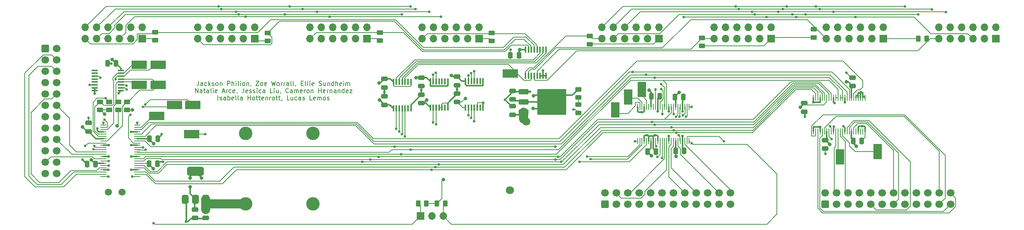
<source format=gtl>
G04 #@! TF.GenerationSoftware,KiCad,Pcbnew,9.0.1*
G04 #@! TF.CreationDate,2025-05-15T03:15:06-07:00*
G04 #@! TF.ProjectId,Input_PCB_V5,496e7075-745f-4504-9342-5f56352e6b69,rev?*
G04 #@! TF.SameCoordinates,Original*
G04 #@! TF.FileFunction,Copper,L1,Top*
G04 #@! TF.FilePolarity,Positive*
%FSLAX46Y46*%
G04 Gerber Fmt 4.6, Leading zero omitted, Abs format (unit mm)*
G04 Created by KiCad (PCBNEW 9.0.1) date 2025-05-15 03:15:06*
%MOMM*%
%LPD*%
G01*
G04 APERTURE LIST*
G04 Aperture macros list*
%AMRoundRect*
0 Rectangle with rounded corners*
0 $1 Rounding radius*
0 $2 $3 $4 $5 $6 $7 $8 $9 X,Y pos of 4 corners*
0 Add a 4 corners polygon primitive as box body*
4,1,4,$2,$3,$4,$5,$6,$7,$8,$9,$2,$3,0*
0 Add four circle primitives for the rounded corners*
1,1,$1+$1,$2,$3*
1,1,$1+$1,$4,$5*
1,1,$1+$1,$6,$7*
1,1,$1+$1,$8,$9*
0 Add four rect primitives between the rounded corners*
20,1,$1+$1,$2,$3,$4,$5,0*
20,1,$1+$1,$4,$5,$6,$7,0*
20,1,$1+$1,$6,$7,$8,$9,0*
20,1,$1+$1,$8,$9,$2,$3,0*%
G04 Aperture macros list end*
%ADD10C,0.150000*%
G04 #@! TA.AperFunction,NonConductor*
%ADD11C,0.150000*%
G04 #@! TD*
G04 #@! TA.AperFunction,SMDPad,CuDef*
%ADD12R,3.450000X1.850000*%
G04 #@! TD*
G04 #@! TA.AperFunction,ComponentPad*
%ADD13C,1.574800*%
G04 #@! TD*
G04 #@! TA.AperFunction,SMDPad,CuDef*
%ADD14RoundRect,0.250000X-0.475000X0.250000X-0.475000X-0.250000X0.475000X-0.250000X0.475000X0.250000X0*%
G04 #@! TD*
G04 #@! TA.AperFunction,SMDPad,CuDef*
%ADD15RoundRect,0.250000X-0.450000X0.262500X-0.450000X-0.262500X0.450000X-0.262500X0.450000X0.262500X0*%
G04 #@! TD*
G04 #@! TA.AperFunction,ComponentPad*
%ADD16R,1.700000X1.700000*%
G04 #@! TD*
G04 #@! TA.AperFunction,ComponentPad*
%ADD17O,1.700000X1.700000*%
G04 #@! TD*
G04 #@! TA.AperFunction,ComponentPad*
%ADD18RoundRect,0.250000X0.600000X-0.600000X0.600000X0.600000X-0.600000X0.600000X-0.600000X-0.600000X0*%
G04 #@! TD*
G04 #@! TA.AperFunction,ComponentPad*
%ADD19C,1.700000*%
G04 #@! TD*
G04 #@! TA.AperFunction,SMDPad,CuDef*
%ADD20RoundRect,0.250000X0.262500X0.450000X-0.262500X0.450000X-0.262500X-0.450000X0.262500X-0.450000X0*%
G04 #@! TD*
G04 #@! TA.AperFunction,SMDPad,CuDef*
%ADD21R,0.354800X1.461999*%
G04 #@! TD*
G04 #@! TA.AperFunction,ComponentPad*
%ADD22C,3.000000*%
G04 #@! TD*
G04 #@! TA.AperFunction,SMDPad,CuDef*
%ADD23RoundRect,0.250000X0.475000X-0.250000X0.475000X0.250000X-0.475000X0.250000X-0.475000X-0.250000X0*%
G04 #@! TD*
G04 #@! TA.AperFunction,SMDPad,CuDef*
%ADD24RoundRect,0.250000X0.250000X0.475000X-0.250000X0.475000X-0.250000X-0.475000X0.250000X-0.475000X0*%
G04 #@! TD*
G04 #@! TA.AperFunction,SMDPad,CuDef*
%ADD25R,1.850000X3.450000*%
G04 #@! TD*
G04 #@! TA.AperFunction,SMDPad,CuDef*
%ADD26RoundRect,0.375000X0.375000X-0.625000X0.375000X0.625000X-0.375000X0.625000X-0.375000X-0.625000X0*%
G04 #@! TD*
G04 #@! TA.AperFunction,SMDPad,CuDef*
%ADD27RoundRect,0.500000X1.400000X-0.500000X1.400000X0.500000X-1.400000X0.500000X-1.400000X-0.500000X0*%
G04 #@! TD*
G04 #@! TA.AperFunction,SMDPad,CuDef*
%ADD28R,0.355600X1.409700*%
G04 #@! TD*
G04 #@! TA.AperFunction,SMDPad,CuDef*
%ADD29RoundRect,0.250000X-0.250000X-0.475000X0.250000X-0.475000X0.250000X0.475000X-0.250000X0.475000X0*%
G04 #@! TD*
G04 #@! TA.AperFunction,SMDPad,CuDef*
%ADD30R,1.461999X0.354800*%
G04 #@! TD*
G04 #@! TA.AperFunction,SMDPad,CuDef*
%ADD31R,0.279400X1.404099*%
G04 #@! TD*
G04 #@! TA.AperFunction,SMDPad,CuDef*
%ADD32RoundRect,0.243750X0.456250X-0.243750X0.456250X0.243750X-0.456250X0.243750X-0.456250X-0.243750X0*%
G04 #@! TD*
G04 #@! TA.AperFunction,SMDPad,CuDef*
%ADD33RoundRect,0.250000X-0.262500X-0.450000X0.262500X-0.450000X0.262500X0.450000X-0.262500X0.450000X0*%
G04 #@! TD*
G04 #@! TA.AperFunction,SMDPad,CuDef*
%ADD34R,1.404099X0.279400*%
G04 #@! TD*
G04 #@! TA.AperFunction,SMDPad,CuDef*
%ADD35RoundRect,0.250000X0.450000X-0.262500X0.450000X0.262500X-0.450000X0.262500X-0.450000X-0.262500X0*%
G04 #@! TD*
G04 #@! TA.AperFunction,ComponentPad*
%ADD36RoundRect,0.250000X-0.600000X-0.600000X0.600000X-0.600000X0.600000X0.600000X-0.600000X0.600000X0*%
G04 #@! TD*
G04 #@! TA.AperFunction,SMDPad,CuDef*
%ADD37RoundRect,0.250000X-0.850000X-0.350000X0.850000X-0.350000X0.850000X0.350000X-0.850000X0.350000X0*%
G04 #@! TD*
G04 #@! TA.AperFunction,SMDPad,CuDef*
%ADD38RoundRect,0.250000X-1.275000X-1.125000X1.275000X-1.125000X1.275000X1.125000X-1.275000X1.125000X0*%
G04 #@! TD*
G04 #@! TA.AperFunction,SMDPad,CuDef*
%ADD39RoundRect,0.249997X-2.950003X-2.650003X2.950003X-2.650003X2.950003X2.650003X-2.950003X2.650003X0*%
G04 #@! TD*
G04 #@! TA.AperFunction,ViaPad*
%ADD40C,0.600000*%
G04 #@! TD*
G04 #@! TA.AperFunction,ViaPad*
%ADD41C,0.800000*%
G04 #@! TD*
G04 #@! TA.AperFunction,ViaPad*
%ADD42C,1.800000*%
G04 #@! TD*
G04 #@! TA.AperFunction,Conductor*
%ADD43C,0.200000*%
G04 #@! TD*
G04 #@! TA.AperFunction,Conductor*
%ADD44C,2.000000*%
G04 #@! TD*
G04 #@! TA.AperFunction,Conductor*
%ADD45C,0.300000*%
G04 #@! TD*
G04 #@! TA.AperFunction,Conductor*
%ADD46C,0.150000*%
G04 #@! TD*
G04 APERTURE END LIST*
D10*
D11*
X65533331Y-97449931D02*
X65533331Y-98164216D01*
X65533331Y-98164216D02*
X65485712Y-98307073D01*
X65485712Y-98307073D02*
X65390474Y-98402312D01*
X65390474Y-98402312D02*
X65247617Y-98449931D01*
X65247617Y-98449931D02*
X65152379Y-98449931D01*
X66438093Y-98449931D02*
X66438093Y-97926121D01*
X66438093Y-97926121D02*
X66390474Y-97830883D01*
X66390474Y-97830883D02*
X66295236Y-97783264D01*
X66295236Y-97783264D02*
X66104760Y-97783264D01*
X66104760Y-97783264D02*
X66009522Y-97830883D01*
X66438093Y-98402312D02*
X66342855Y-98449931D01*
X66342855Y-98449931D02*
X66104760Y-98449931D01*
X66104760Y-98449931D02*
X66009522Y-98402312D01*
X66009522Y-98402312D02*
X65961903Y-98307073D01*
X65961903Y-98307073D02*
X65961903Y-98211835D01*
X65961903Y-98211835D02*
X66009522Y-98116597D01*
X66009522Y-98116597D02*
X66104760Y-98068978D01*
X66104760Y-98068978D02*
X66342855Y-98068978D01*
X66342855Y-98068978D02*
X66438093Y-98021359D01*
X67342855Y-98402312D02*
X67247617Y-98449931D01*
X67247617Y-98449931D02*
X67057141Y-98449931D01*
X67057141Y-98449931D02*
X66961903Y-98402312D01*
X66961903Y-98402312D02*
X66914284Y-98354692D01*
X66914284Y-98354692D02*
X66866665Y-98259454D01*
X66866665Y-98259454D02*
X66866665Y-97973740D01*
X66866665Y-97973740D02*
X66914284Y-97878502D01*
X66914284Y-97878502D02*
X66961903Y-97830883D01*
X66961903Y-97830883D02*
X67057141Y-97783264D01*
X67057141Y-97783264D02*
X67247617Y-97783264D01*
X67247617Y-97783264D02*
X67342855Y-97830883D01*
X67771427Y-98449931D02*
X67771427Y-97449931D01*
X67866665Y-98068978D02*
X68152379Y-98449931D01*
X68152379Y-97783264D02*
X67771427Y-98164216D01*
X68533332Y-98402312D02*
X68628570Y-98449931D01*
X68628570Y-98449931D02*
X68819046Y-98449931D01*
X68819046Y-98449931D02*
X68914284Y-98402312D01*
X68914284Y-98402312D02*
X68961903Y-98307073D01*
X68961903Y-98307073D02*
X68961903Y-98259454D01*
X68961903Y-98259454D02*
X68914284Y-98164216D01*
X68914284Y-98164216D02*
X68819046Y-98116597D01*
X68819046Y-98116597D02*
X68676189Y-98116597D01*
X68676189Y-98116597D02*
X68580951Y-98068978D01*
X68580951Y-98068978D02*
X68533332Y-97973740D01*
X68533332Y-97973740D02*
X68533332Y-97926121D01*
X68533332Y-97926121D02*
X68580951Y-97830883D01*
X68580951Y-97830883D02*
X68676189Y-97783264D01*
X68676189Y-97783264D02*
X68819046Y-97783264D01*
X68819046Y-97783264D02*
X68914284Y-97830883D01*
X69533332Y-98449931D02*
X69438094Y-98402312D01*
X69438094Y-98402312D02*
X69390475Y-98354692D01*
X69390475Y-98354692D02*
X69342856Y-98259454D01*
X69342856Y-98259454D02*
X69342856Y-97973740D01*
X69342856Y-97973740D02*
X69390475Y-97878502D01*
X69390475Y-97878502D02*
X69438094Y-97830883D01*
X69438094Y-97830883D02*
X69533332Y-97783264D01*
X69533332Y-97783264D02*
X69676189Y-97783264D01*
X69676189Y-97783264D02*
X69771427Y-97830883D01*
X69771427Y-97830883D02*
X69819046Y-97878502D01*
X69819046Y-97878502D02*
X69866665Y-97973740D01*
X69866665Y-97973740D02*
X69866665Y-98259454D01*
X69866665Y-98259454D02*
X69819046Y-98354692D01*
X69819046Y-98354692D02*
X69771427Y-98402312D01*
X69771427Y-98402312D02*
X69676189Y-98449931D01*
X69676189Y-98449931D02*
X69533332Y-98449931D01*
X70295237Y-97783264D02*
X70295237Y-98449931D01*
X70295237Y-97878502D02*
X70342856Y-97830883D01*
X70342856Y-97830883D02*
X70438094Y-97783264D01*
X70438094Y-97783264D02*
X70580951Y-97783264D01*
X70580951Y-97783264D02*
X70676189Y-97830883D01*
X70676189Y-97830883D02*
X70723808Y-97926121D01*
X70723808Y-97926121D02*
X70723808Y-98449931D01*
X71961904Y-98449931D02*
X71961904Y-97449931D01*
X71961904Y-97449931D02*
X72342856Y-97449931D01*
X72342856Y-97449931D02*
X72438094Y-97497550D01*
X72438094Y-97497550D02*
X72485713Y-97545169D01*
X72485713Y-97545169D02*
X72533332Y-97640407D01*
X72533332Y-97640407D02*
X72533332Y-97783264D01*
X72533332Y-97783264D02*
X72485713Y-97878502D01*
X72485713Y-97878502D02*
X72438094Y-97926121D01*
X72438094Y-97926121D02*
X72342856Y-97973740D01*
X72342856Y-97973740D02*
X71961904Y-97973740D01*
X72961904Y-98449931D02*
X72961904Y-97449931D01*
X73390475Y-98449931D02*
X73390475Y-97926121D01*
X73390475Y-97926121D02*
X73342856Y-97830883D01*
X73342856Y-97830883D02*
X73247618Y-97783264D01*
X73247618Y-97783264D02*
X73104761Y-97783264D01*
X73104761Y-97783264D02*
X73009523Y-97830883D01*
X73009523Y-97830883D02*
X72961904Y-97878502D01*
X73866666Y-98449931D02*
X73866666Y-97783264D01*
X73866666Y-97449931D02*
X73819047Y-97497550D01*
X73819047Y-97497550D02*
X73866666Y-97545169D01*
X73866666Y-97545169D02*
X73914285Y-97497550D01*
X73914285Y-97497550D02*
X73866666Y-97449931D01*
X73866666Y-97449931D02*
X73866666Y-97545169D01*
X74485713Y-98449931D02*
X74390475Y-98402312D01*
X74390475Y-98402312D02*
X74342856Y-98307073D01*
X74342856Y-98307073D02*
X74342856Y-97449931D01*
X74866666Y-98449931D02*
X74866666Y-97783264D01*
X74866666Y-97449931D02*
X74819047Y-97497550D01*
X74819047Y-97497550D02*
X74866666Y-97545169D01*
X74866666Y-97545169D02*
X74914285Y-97497550D01*
X74914285Y-97497550D02*
X74866666Y-97449931D01*
X74866666Y-97449931D02*
X74866666Y-97545169D01*
X75485713Y-98449931D02*
X75390475Y-98402312D01*
X75390475Y-98402312D02*
X75342856Y-98354692D01*
X75342856Y-98354692D02*
X75295237Y-98259454D01*
X75295237Y-98259454D02*
X75295237Y-97973740D01*
X75295237Y-97973740D02*
X75342856Y-97878502D01*
X75342856Y-97878502D02*
X75390475Y-97830883D01*
X75390475Y-97830883D02*
X75485713Y-97783264D01*
X75485713Y-97783264D02*
X75628570Y-97783264D01*
X75628570Y-97783264D02*
X75723808Y-97830883D01*
X75723808Y-97830883D02*
X75771427Y-97878502D01*
X75771427Y-97878502D02*
X75819046Y-97973740D01*
X75819046Y-97973740D02*
X75819046Y-98259454D01*
X75819046Y-98259454D02*
X75771427Y-98354692D01*
X75771427Y-98354692D02*
X75723808Y-98402312D01*
X75723808Y-98402312D02*
X75628570Y-98449931D01*
X75628570Y-98449931D02*
X75485713Y-98449931D01*
X76247618Y-97783264D02*
X76247618Y-98449931D01*
X76247618Y-97878502D02*
X76295237Y-97830883D01*
X76295237Y-97830883D02*
X76390475Y-97783264D01*
X76390475Y-97783264D02*
X76533332Y-97783264D01*
X76533332Y-97783264D02*
X76628570Y-97830883D01*
X76628570Y-97830883D02*
X76676189Y-97926121D01*
X76676189Y-97926121D02*
X76676189Y-98449931D01*
X77199999Y-98402312D02*
X77199999Y-98449931D01*
X77199999Y-98449931D02*
X77152380Y-98545169D01*
X77152380Y-98545169D02*
X77104761Y-98592788D01*
X78295237Y-97449931D02*
X78961903Y-97449931D01*
X78961903Y-97449931D02*
X78295237Y-98449931D01*
X78295237Y-98449931D02*
X78961903Y-98449931D01*
X79485713Y-98449931D02*
X79390475Y-98402312D01*
X79390475Y-98402312D02*
X79342856Y-98354692D01*
X79342856Y-98354692D02*
X79295237Y-98259454D01*
X79295237Y-98259454D02*
X79295237Y-97973740D01*
X79295237Y-97973740D02*
X79342856Y-97878502D01*
X79342856Y-97878502D02*
X79390475Y-97830883D01*
X79390475Y-97830883D02*
X79485713Y-97783264D01*
X79485713Y-97783264D02*
X79628570Y-97783264D01*
X79628570Y-97783264D02*
X79723808Y-97830883D01*
X79723808Y-97830883D02*
X79771427Y-97878502D01*
X79771427Y-97878502D02*
X79819046Y-97973740D01*
X79819046Y-97973740D02*
X79819046Y-98259454D01*
X79819046Y-98259454D02*
X79771427Y-98354692D01*
X79771427Y-98354692D02*
X79723808Y-98402312D01*
X79723808Y-98402312D02*
X79628570Y-98449931D01*
X79628570Y-98449931D02*
X79485713Y-98449931D01*
X80628570Y-98402312D02*
X80533332Y-98449931D01*
X80533332Y-98449931D02*
X80342856Y-98449931D01*
X80342856Y-98449931D02*
X80247618Y-98402312D01*
X80247618Y-98402312D02*
X80199999Y-98307073D01*
X80199999Y-98307073D02*
X80199999Y-97926121D01*
X80199999Y-97926121D02*
X80247618Y-97830883D01*
X80247618Y-97830883D02*
X80342856Y-97783264D01*
X80342856Y-97783264D02*
X80533332Y-97783264D01*
X80533332Y-97783264D02*
X80628570Y-97830883D01*
X80628570Y-97830883D02*
X80676189Y-97926121D01*
X80676189Y-97926121D02*
X80676189Y-98021359D01*
X80676189Y-98021359D02*
X80199999Y-98116597D01*
X81771428Y-97449931D02*
X82009523Y-98449931D01*
X82009523Y-98449931D02*
X82199999Y-97735645D01*
X82199999Y-97735645D02*
X82390475Y-98449931D01*
X82390475Y-98449931D02*
X82628571Y-97449931D01*
X83152380Y-98449931D02*
X83057142Y-98402312D01*
X83057142Y-98402312D02*
X83009523Y-98354692D01*
X83009523Y-98354692D02*
X82961904Y-98259454D01*
X82961904Y-98259454D02*
X82961904Y-97973740D01*
X82961904Y-97973740D02*
X83009523Y-97878502D01*
X83009523Y-97878502D02*
X83057142Y-97830883D01*
X83057142Y-97830883D02*
X83152380Y-97783264D01*
X83152380Y-97783264D02*
X83295237Y-97783264D01*
X83295237Y-97783264D02*
X83390475Y-97830883D01*
X83390475Y-97830883D02*
X83438094Y-97878502D01*
X83438094Y-97878502D02*
X83485713Y-97973740D01*
X83485713Y-97973740D02*
X83485713Y-98259454D01*
X83485713Y-98259454D02*
X83438094Y-98354692D01*
X83438094Y-98354692D02*
X83390475Y-98402312D01*
X83390475Y-98402312D02*
X83295237Y-98449931D01*
X83295237Y-98449931D02*
X83152380Y-98449931D01*
X83914285Y-98449931D02*
X83914285Y-97783264D01*
X83914285Y-97973740D02*
X83961904Y-97878502D01*
X83961904Y-97878502D02*
X84009523Y-97830883D01*
X84009523Y-97830883D02*
X84104761Y-97783264D01*
X84104761Y-97783264D02*
X84199999Y-97783264D01*
X84533333Y-98449931D02*
X84533333Y-97783264D01*
X84533333Y-97973740D02*
X84580952Y-97878502D01*
X84580952Y-97878502D02*
X84628571Y-97830883D01*
X84628571Y-97830883D02*
X84723809Y-97783264D01*
X84723809Y-97783264D02*
X84819047Y-97783264D01*
X85580952Y-98449931D02*
X85580952Y-97926121D01*
X85580952Y-97926121D02*
X85533333Y-97830883D01*
X85533333Y-97830883D02*
X85438095Y-97783264D01*
X85438095Y-97783264D02*
X85247619Y-97783264D01*
X85247619Y-97783264D02*
X85152381Y-97830883D01*
X85580952Y-98402312D02*
X85485714Y-98449931D01*
X85485714Y-98449931D02*
X85247619Y-98449931D01*
X85247619Y-98449931D02*
X85152381Y-98402312D01*
X85152381Y-98402312D02*
X85104762Y-98307073D01*
X85104762Y-98307073D02*
X85104762Y-98211835D01*
X85104762Y-98211835D02*
X85152381Y-98116597D01*
X85152381Y-98116597D02*
X85247619Y-98068978D01*
X85247619Y-98068978D02*
X85485714Y-98068978D01*
X85485714Y-98068978D02*
X85580952Y-98021359D01*
X86200000Y-98449931D02*
X86104762Y-98402312D01*
X86104762Y-98402312D02*
X86057143Y-98307073D01*
X86057143Y-98307073D02*
X86057143Y-97449931D01*
X86723810Y-98449931D02*
X86628572Y-98402312D01*
X86628572Y-98402312D02*
X86580953Y-98307073D01*
X86580953Y-98307073D02*
X86580953Y-97449931D01*
X87152382Y-98402312D02*
X87152382Y-98449931D01*
X87152382Y-98449931D02*
X87104763Y-98545169D01*
X87104763Y-98545169D02*
X87057144Y-98592788D01*
X88342858Y-97926121D02*
X88676191Y-97926121D01*
X88819048Y-98449931D02*
X88342858Y-98449931D01*
X88342858Y-98449931D02*
X88342858Y-97449931D01*
X88342858Y-97449931D02*
X88819048Y-97449931D01*
X89390477Y-98449931D02*
X89295239Y-98402312D01*
X89295239Y-98402312D02*
X89247620Y-98307073D01*
X89247620Y-98307073D02*
X89247620Y-97449931D01*
X89914287Y-98449931D02*
X89819049Y-98402312D01*
X89819049Y-98402312D02*
X89771430Y-98307073D01*
X89771430Y-98307073D02*
X89771430Y-97449931D01*
X90295240Y-98449931D02*
X90295240Y-97783264D01*
X90295240Y-97449931D02*
X90247621Y-97497550D01*
X90247621Y-97497550D02*
X90295240Y-97545169D01*
X90295240Y-97545169D02*
X90342859Y-97497550D01*
X90342859Y-97497550D02*
X90295240Y-97449931D01*
X90295240Y-97449931D02*
X90295240Y-97545169D01*
X91152382Y-98402312D02*
X91057144Y-98449931D01*
X91057144Y-98449931D02*
X90866668Y-98449931D01*
X90866668Y-98449931D02*
X90771430Y-98402312D01*
X90771430Y-98402312D02*
X90723811Y-98307073D01*
X90723811Y-98307073D02*
X90723811Y-97926121D01*
X90723811Y-97926121D02*
X90771430Y-97830883D01*
X90771430Y-97830883D02*
X90866668Y-97783264D01*
X90866668Y-97783264D02*
X91057144Y-97783264D01*
X91057144Y-97783264D02*
X91152382Y-97830883D01*
X91152382Y-97830883D02*
X91200001Y-97926121D01*
X91200001Y-97926121D02*
X91200001Y-98021359D01*
X91200001Y-98021359D02*
X90723811Y-98116597D01*
X92342859Y-98402312D02*
X92485716Y-98449931D01*
X92485716Y-98449931D02*
X92723811Y-98449931D01*
X92723811Y-98449931D02*
X92819049Y-98402312D01*
X92819049Y-98402312D02*
X92866668Y-98354692D01*
X92866668Y-98354692D02*
X92914287Y-98259454D01*
X92914287Y-98259454D02*
X92914287Y-98164216D01*
X92914287Y-98164216D02*
X92866668Y-98068978D01*
X92866668Y-98068978D02*
X92819049Y-98021359D01*
X92819049Y-98021359D02*
X92723811Y-97973740D01*
X92723811Y-97973740D02*
X92533335Y-97926121D01*
X92533335Y-97926121D02*
X92438097Y-97878502D01*
X92438097Y-97878502D02*
X92390478Y-97830883D01*
X92390478Y-97830883D02*
X92342859Y-97735645D01*
X92342859Y-97735645D02*
X92342859Y-97640407D01*
X92342859Y-97640407D02*
X92390478Y-97545169D01*
X92390478Y-97545169D02*
X92438097Y-97497550D01*
X92438097Y-97497550D02*
X92533335Y-97449931D01*
X92533335Y-97449931D02*
X92771430Y-97449931D01*
X92771430Y-97449931D02*
X92914287Y-97497550D01*
X93771430Y-97783264D02*
X93771430Y-98449931D01*
X93342859Y-97783264D02*
X93342859Y-98307073D01*
X93342859Y-98307073D02*
X93390478Y-98402312D01*
X93390478Y-98402312D02*
X93485716Y-98449931D01*
X93485716Y-98449931D02*
X93628573Y-98449931D01*
X93628573Y-98449931D02*
X93723811Y-98402312D01*
X93723811Y-98402312D02*
X93771430Y-98354692D01*
X94247621Y-97783264D02*
X94247621Y-98449931D01*
X94247621Y-97878502D02*
X94295240Y-97830883D01*
X94295240Y-97830883D02*
X94390478Y-97783264D01*
X94390478Y-97783264D02*
X94533335Y-97783264D01*
X94533335Y-97783264D02*
X94628573Y-97830883D01*
X94628573Y-97830883D02*
X94676192Y-97926121D01*
X94676192Y-97926121D02*
X94676192Y-98449931D01*
X95580954Y-98449931D02*
X95580954Y-97449931D01*
X95580954Y-98402312D02*
X95485716Y-98449931D01*
X95485716Y-98449931D02*
X95295240Y-98449931D01*
X95295240Y-98449931D02*
X95200002Y-98402312D01*
X95200002Y-98402312D02*
X95152383Y-98354692D01*
X95152383Y-98354692D02*
X95104764Y-98259454D01*
X95104764Y-98259454D02*
X95104764Y-97973740D01*
X95104764Y-97973740D02*
X95152383Y-97878502D01*
X95152383Y-97878502D02*
X95200002Y-97830883D01*
X95200002Y-97830883D02*
X95295240Y-97783264D01*
X95295240Y-97783264D02*
X95485716Y-97783264D01*
X95485716Y-97783264D02*
X95580954Y-97830883D01*
X96057145Y-98449931D02*
X96057145Y-97449931D01*
X96485716Y-98449931D02*
X96485716Y-97926121D01*
X96485716Y-97926121D02*
X96438097Y-97830883D01*
X96438097Y-97830883D02*
X96342859Y-97783264D01*
X96342859Y-97783264D02*
X96200002Y-97783264D01*
X96200002Y-97783264D02*
X96104764Y-97830883D01*
X96104764Y-97830883D02*
X96057145Y-97878502D01*
X97342859Y-98402312D02*
X97247621Y-98449931D01*
X97247621Y-98449931D02*
X97057145Y-98449931D01*
X97057145Y-98449931D02*
X96961907Y-98402312D01*
X96961907Y-98402312D02*
X96914288Y-98307073D01*
X96914288Y-98307073D02*
X96914288Y-97926121D01*
X96914288Y-97926121D02*
X96961907Y-97830883D01*
X96961907Y-97830883D02*
X97057145Y-97783264D01*
X97057145Y-97783264D02*
X97247621Y-97783264D01*
X97247621Y-97783264D02*
X97342859Y-97830883D01*
X97342859Y-97830883D02*
X97390478Y-97926121D01*
X97390478Y-97926121D02*
X97390478Y-98021359D01*
X97390478Y-98021359D02*
X96914288Y-98116597D01*
X97819050Y-98449931D02*
X97819050Y-97783264D01*
X97819050Y-97449931D02*
X97771431Y-97497550D01*
X97771431Y-97497550D02*
X97819050Y-97545169D01*
X97819050Y-97545169D02*
X97866669Y-97497550D01*
X97866669Y-97497550D02*
X97819050Y-97449931D01*
X97819050Y-97449931D02*
X97819050Y-97545169D01*
X98295240Y-98449931D02*
X98295240Y-97783264D01*
X98295240Y-97878502D02*
X98342859Y-97830883D01*
X98342859Y-97830883D02*
X98438097Y-97783264D01*
X98438097Y-97783264D02*
X98580954Y-97783264D01*
X98580954Y-97783264D02*
X98676192Y-97830883D01*
X98676192Y-97830883D02*
X98723811Y-97926121D01*
X98723811Y-97926121D02*
X98723811Y-98449931D01*
X98723811Y-97926121D02*
X98771430Y-97830883D01*
X98771430Y-97830883D02*
X98866668Y-97783264D01*
X98866668Y-97783264D02*
X99009525Y-97783264D01*
X99009525Y-97783264D02*
X99104764Y-97830883D01*
X99104764Y-97830883D02*
X99152383Y-97926121D01*
X99152383Y-97926121D02*
X99152383Y-98449931D01*
X64819046Y-100059875D02*
X64819046Y-99059875D01*
X64819046Y-99059875D02*
X65390474Y-100059875D01*
X65390474Y-100059875D02*
X65390474Y-99059875D01*
X66295236Y-100059875D02*
X66295236Y-99536065D01*
X66295236Y-99536065D02*
X66247617Y-99440827D01*
X66247617Y-99440827D02*
X66152379Y-99393208D01*
X66152379Y-99393208D02*
X65961903Y-99393208D01*
X65961903Y-99393208D02*
X65866665Y-99440827D01*
X66295236Y-100012256D02*
X66199998Y-100059875D01*
X66199998Y-100059875D02*
X65961903Y-100059875D01*
X65961903Y-100059875D02*
X65866665Y-100012256D01*
X65866665Y-100012256D02*
X65819046Y-99917017D01*
X65819046Y-99917017D02*
X65819046Y-99821779D01*
X65819046Y-99821779D02*
X65866665Y-99726541D01*
X65866665Y-99726541D02*
X65961903Y-99678922D01*
X65961903Y-99678922D02*
X66199998Y-99678922D01*
X66199998Y-99678922D02*
X66295236Y-99631303D01*
X66628570Y-99393208D02*
X67009522Y-99393208D01*
X66771427Y-99059875D02*
X66771427Y-99917017D01*
X66771427Y-99917017D02*
X66819046Y-100012256D01*
X66819046Y-100012256D02*
X66914284Y-100059875D01*
X66914284Y-100059875D02*
X67009522Y-100059875D01*
X67771427Y-100059875D02*
X67771427Y-99536065D01*
X67771427Y-99536065D02*
X67723808Y-99440827D01*
X67723808Y-99440827D02*
X67628570Y-99393208D01*
X67628570Y-99393208D02*
X67438094Y-99393208D01*
X67438094Y-99393208D02*
X67342856Y-99440827D01*
X67771427Y-100012256D02*
X67676189Y-100059875D01*
X67676189Y-100059875D02*
X67438094Y-100059875D01*
X67438094Y-100059875D02*
X67342856Y-100012256D01*
X67342856Y-100012256D02*
X67295237Y-99917017D01*
X67295237Y-99917017D02*
X67295237Y-99821779D01*
X67295237Y-99821779D02*
X67342856Y-99726541D01*
X67342856Y-99726541D02*
X67438094Y-99678922D01*
X67438094Y-99678922D02*
X67676189Y-99678922D01*
X67676189Y-99678922D02*
X67771427Y-99631303D01*
X68390475Y-100059875D02*
X68295237Y-100012256D01*
X68295237Y-100012256D02*
X68247618Y-99917017D01*
X68247618Y-99917017D02*
X68247618Y-99059875D01*
X68771428Y-100059875D02*
X68771428Y-99393208D01*
X68771428Y-99059875D02*
X68723809Y-99107494D01*
X68723809Y-99107494D02*
X68771428Y-99155113D01*
X68771428Y-99155113D02*
X68819047Y-99107494D01*
X68819047Y-99107494D02*
X68771428Y-99059875D01*
X68771428Y-99059875D02*
X68771428Y-99155113D01*
X69628570Y-100012256D02*
X69533332Y-100059875D01*
X69533332Y-100059875D02*
X69342856Y-100059875D01*
X69342856Y-100059875D02*
X69247618Y-100012256D01*
X69247618Y-100012256D02*
X69199999Y-99917017D01*
X69199999Y-99917017D02*
X69199999Y-99536065D01*
X69199999Y-99536065D02*
X69247618Y-99440827D01*
X69247618Y-99440827D02*
X69342856Y-99393208D01*
X69342856Y-99393208D02*
X69533332Y-99393208D01*
X69533332Y-99393208D02*
X69628570Y-99440827D01*
X69628570Y-99440827D02*
X69676189Y-99536065D01*
X69676189Y-99536065D02*
X69676189Y-99631303D01*
X69676189Y-99631303D02*
X69199999Y-99726541D01*
X70819047Y-99774160D02*
X71295237Y-99774160D01*
X70723809Y-100059875D02*
X71057142Y-99059875D01*
X71057142Y-99059875D02*
X71390475Y-100059875D01*
X71723809Y-100059875D02*
X71723809Y-99393208D01*
X71723809Y-99583684D02*
X71771428Y-99488446D01*
X71771428Y-99488446D02*
X71819047Y-99440827D01*
X71819047Y-99440827D02*
X71914285Y-99393208D01*
X71914285Y-99393208D02*
X72009523Y-99393208D01*
X72771428Y-100012256D02*
X72676190Y-100059875D01*
X72676190Y-100059875D02*
X72485714Y-100059875D01*
X72485714Y-100059875D02*
X72390476Y-100012256D01*
X72390476Y-100012256D02*
X72342857Y-99964636D01*
X72342857Y-99964636D02*
X72295238Y-99869398D01*
X72295238Y-99869398D02*
X72295238Y-99583684D01*
X72295238Y-99583684D02*
X72342857Y-99488446D01*
X72342857Y-99488446D02*
X72390476Y-99440827D01*
X72390476Y-99440827D02*
X72485714Y-99393208D01*
X72485714Y-99393208D02*
X72676190Y-99393208D01*
X72676190Y-99393208D02*
X72771428Y-99440827D01*
X73580952Y-100012256D02*
X73485714Y-100059875D01*
X73485714Y-100059875D02*
X73295238Y-100059875D01*
X73295238Y-100059875D02*
X73200000Y-100012256D01*
X73200000Y-100012256D02*
X73152381Y-99917017D01*
X73152381Y-99917017D02*
X73152381Y-99536065D01*
X73152381Y-99536065D02*
X73200000Y-99440827D01*
X73200000Y-99440827D02*
X73295238Y-99393208D01*
X73295238Y-99393208D02*
X73485714Y-99393208D01*
X73485714Y-99393208D02*
X73580952Y-99440827D01*
X73580952Y-99440827D02*
X73628571Y-99536065D01*
X73628571Y-99536065D02*
X73628571Y-99631303D01*
X73628571Y-99631303D02*
X73152381Y-99726541D01*
X74104762Y-100012256D02*
X74104762Y-100059875D01*
X74104762Y-100059875D02*
X74057143Y-100155113D01*
X74057143Y-100155113D02*
X74009524Y-100202732D01*
X75580952Y-99059875D02*
X75580952Y-99774160D01*
X75580952Y-99774160D02*
X75533333Y-99917017D01*
X75533333Y-99917017D02*
X75438095Y-100012256D01*
X75438095Y-100012256D02*
X75295238Y-100059875D01*
X75295238Y-100059875D02*
X75200000Y-100059875D01*
X76438095Y-100012256D02*
X76342857Y-100059875D01*
X76342857Y-100059875D02*
X76152381Y-100059875D01*
X76152381Y-100059875D02*
X76057143Y-100012256D01*
X76057143Y-100012256D02*
X76009524Y-99917017D01*
X76009524Y-99917017D02*
X76009524Y-99536065D01*
X76009524Y-99536065D02*
X76057143Y-99440827D01*
X76057143Y-99440827D02*
X76152381Y-99393208D01*
X76152381Y-99393208D02*
X76342857Y-99393208D01*
X76342857Y-99393208D02*
X76438095Y-99440827D01*
X76438095Y-99440827D02*
X76485714Y-99536065D01*
X76485714Y-99536065D02*
X76485714Y-99631303D01*
X76485714Y-99631303D02*
X76009524Y-99726541D01*
X76866667Y-100012256D02*
X76961905Y-100059875D01*
X76961905Y-100059875D02*
X77152381Y-100059875D01*
X77152381Y-100059875D02*
X77247619Y-100012256D01*
X77247619Y-100012256D02*
X77295238Y-99917017D01*
X77295238Y-99917017D02*
X77295238Y-99869398D01*
X77295238Y-99869398D02*
X77247619Y-99774160D01*
X77247619Y-99774160D02*
X77152381Y-99726541D01*
X77152381Y-99726541D02*
X77009524Y-99726541D01*
X77009524Y-99726541D02*
X76914286Y-99678922D01*
X76914286Y-99678922D02*
X76866667Y-99583684D01*
X76866667Y-99583684D02*
X76866667Y-99536065D01*
X76866667Y-99536065D02*
X76914286Y-99440827D01*
X76914286Y-99440827D02*
X77009524Y-99393208D01*
X77009524Y-99393208D02*
X77152381Y-99393208D01*
X77152381Y-99393208D02*
X77247619Y-99440827D01*
X77676191Y-100012256D02*
X77771429Y-100059875D01*
X77771429Y-100059875D02*
X77961905Y-100059875D01*
X77961905Y-100059875D02*
X78057143Y-100012256D01*
X78057143Y-100012256D02*
X78104762Y-99917017D01*
X78104762Y-99917017D02*
X78104762Y-99869398D01*
X78104762Y-99869398D02*
X78057143Y-99774160D01*
X78057143Y-99774160D02*
X77961905Y-99726541D01*
X77961905Y-99726541D02*
X77819048Y-99726541D01*
X77819048Y-99726541D02*
X77723810Y-99678922D01*
X77723810Y-99678922D02*
X77676191Y-99583684D01*
X77676191Y-99583684D02*
X77676191Y-99536065D01*
X77676191Y-99536065D02*
X77723810Y-99440827D01*
X77723810Y-99440827D02*
X77819048Y-99393208D01*
X77819048Y-99393208D02*
X77961905Y-99393208D01*
X77961905Y-99393208D02*
X78057143Y-99440827D01*
X78533334Y-100059875D02*
X78533334Y-99393208D01*
X78533334Y-99059875D02*
X78485715Y-99107494D01*
X78485715Y-99107494D02*
X78533334Y-99155113D01*
X78533334Y-99155113D02*
X78580953Y-99107494D01*
X78580953Y-99107494D02*
X78533334Y-99059875D01*
X78533334Y-99059875D02*
X78533334Y-99155113D01*
X79438095Y-100012256D02*
X79342857Y-100059875D01*
X79342857Y-100059875D02*
X79152381Y-100059875D01*
X79152381Y-100059875D02*
X79057143Y-100012256D01*
X79057143Y-100012256D02*
X79009524Y-99964636D01*
X79009524Y-99964636D02*
X78961905Y-99869398D01*
X78961905Y-99869398D02*
X78961905Y-99583684D01*
X78961905Y-99583684D02*
X79009524Y-99488446D01*
X79009524Y-99488446D02*
X79057143Y-99440827D01*
X79057143Y-99440827D02*
X79152381Y-99393208D01*
X79152381Y-99393208D02*
X79342857Y-99393208D01*
X79342857Y-99393208D02*
X79438095Y-99440827D01*
X80295238Y-100059875D02*
X80295238Y-99536065D01*
X80295238Y-99536065D02*
X80247619Y-99440827D01*
X80247619Y-99440827D02*
X80152381Y-99393208D01*
X80152381Y-99393208D02*
X79961905Y-99393208D01*
X79961905Y-99393208D02*
X79866667Y-99440827D01*
X80295238Y-100012256D02*
X80200000Y-100059875D01*
X80200000Y-100059875D02*
X79961905Y-100059875D01*
X79961905Y-100059875D02*
X79866667Y-100012256D01*
X79866667Y-100012256D02*
X79819048Y-99917017D01*
X79819048Y-99917017D02*
X79819048Y-99821779D01*
X79819048Y-99821779D02*
X79866667Y-99726541D01*
X79866667Y-99726541D02*
X79961905Y-99678922D01*
X79961905Y-99678922D02*
X80200000Y-99678922D01*
X80200000Y-99678922D02*
X80295238Y-99631303D01*
X82009524Y-100059875D02*
X81533334Y-100059875D01*
X81533334Y-100059875D02*
X81533334Y-99059875D01*
X82342858Y-100059875D02*
X82342858Y-99393208D01*
X82342858Y-99059875D02*
X82295239Y-99107494D01*
X82295239Y-99107494D02*
X82342858Y-99155113D01*
X82342858Y-99155113D02*
X82390477Y-99107494D01*
X82390477Y-99107494D02*
X82342858Y-99059875D01*
X82342858Y-99059875D02*
X82342858Y-99155113D01*
X83247619Y-99393208D02*
X83247619Y-100059875D01*
X82819048Y-99393208D02*
X82819048Y-99917017D01*
X82819048Y-99917017D02*
X82866667Y-100012256D01*
X82866667Y-100012256D02*
X82961905Y-100059875D01*
X82961905Y-100059875D02*
X83104762Y-100059875D01*
X83104762Y-100059875D02*
X83200000Y-100012256D01*
X83200000Y-100012256D02*
X83247619Y-99964636D01*
X83771429Y-100012256D02*
X83771429Y-100059875D01*
X83771429Y-100059875D02*
X83723810Y-100155113D01*
X83723810Y-100155113D02*
X83676191Y-100202732D01*
X85533333Y-99964636D02*
X85485714Y-100012256D01*
X85485714Y-100012256D02*
X85342857Y-100059875D01*
X85342857Y-100059875D02*
X85247619Y-100059875D01*
X85247619Y-100059875D02*
X85104762Y-100012256D01*
X85104762Y-100012256D02*
X85009524Y-99917017D01*
X85009524Y-99917017D02*
X84961905Y-99821779D01*
X84961905Y-99821779D02*
X84914286Y-99631303D01*
X84914286Y-99631303D02*
X84914286Y-99488446D01*
X84914286Y-99488446D02*
X84961905Y-99297970D01*
X84961905Y-99297970D02*
X85009524Y-99202732D01*
X85009524Y-99202732D02*
X85104762Y-99107494D01*
X85104762Y-99107494D02*
X85247619Y-99059875D01*
X85247619Y-99059875D02*
X85342857Y-99059875D01*
X85342857Y-99059875D02*
X85485714Y-99107494D01*
X85485714Y-99107494D02*
X85533333Y-99155113D01*
X86390476Y-100059875D02*
X86390476Y-99536065D01*
X86390476Y-99536065D02*
X86342857Y-99440827D01*
X86342857Y-99440827D02*
X86247619Y-99393208D01*
X86247619Y-99393208D02*
X86057143Y-99393208D01*
X86057143Y-99393208D02*
X85961905Y-99440827D01*
X86390476Y-100012256D02*
X86295238Y-100059875D01*
X86295238Y-100059875D02*
X86057143Y-100059875D01*
X86057143Y-100059875D02*
X85961905Y-100012256D01*
X85961905Y-100012256D02*
X85914286Y-99917017D01*
X85914286Y-99917017D02*
X85914286Y-99821779D01*
X85914286Y-99821779D02*
X85961905Y-99726541D01*
X85961905Y-99726541D02*
X86057143Y-99678922D01*
X86057143Y-99678922D02*
X86295238Y-99678922D01*
X86295238Y-99678922D02*
X86390476Y-99631303D01*
X86866667Y-100059875D02*
X86866667Y-99393208D01*
X86866667Y-99488446D02*
X86914286Y-99440827D01*
X86914286Y-99440827D02*
X87009524Y-99393208D01*
X87009524Y-99393208D02*
X87152381Y-99393208D01*
X87152381Y-99393208D02*
X87247619Y-99440827D01*
X87247619Y-99440827D02*
X87295238Y-99536065D01*
X87295238Y-99536065D02*
X87295238Y-100059875D01*
X87295238Y-99536065D02*
X87342857Y-99440827D01*
X87342857Y-99440827D02*
X87438095Y-99393208D01*
X87438095Y-99393208D02*
X87580952Y-99393208D01*
X87580952Y-99393208D02*
X87676191Y-99440827D01*
X87676191Y-99440827D02*
X87723810Y-99536065D01*
X87723810Y-99536065D02*
X87723810Y-100059875D01*
X88580952Y-100012256D02*
X88485714Y-100059875D01*
X88485714Y-100059875D02*
X88295238Y-100059875D01*
X88295238Y-100059875D02*
X88200000Y-100012256D01*
X88200000Y-100012256D02*
X88152381Y-99917017D01*
X88152381Y-99917017D02*
X88152381Y-99536065D01*
X88152381Y-99536065D02*
X88200000Y-99440827D01*
X88200000Y-99440827D02*
X88295238Y-99393208D01*
X88295238Y-99393208D02*
X88485714Y-99393208D01*
X88485714Y-99393208D02*
X88580952Y-99440827D01*
X88580952Y-99440827D02*
X88628571Y-99536065D01*
X88628571Y-99536065D02*
X88628571Y-99631303D01*
X88628571Y-99631303D02*
X88152381Y-99726541D01*
X89057143Y-100059875D02*
X89057143Y-99393208D01*
X89057143Y-99583684D02*
X89104762Y-99488446D01*
X89104762Y-99488446D02*
X89152381Y-99440827D01*
X89152381Y-99440827D02*
X89247619Y-99393208D01*
X89247619Y-99393208D02*
X89342857Y-99393208D01*
X89819048Y-100059875D02*
X89723810Y-100012256D01*
X89723810Y-100012256D02*
X89676191Y-99964636D01*
X89676191Y-99964636D02*
X89628572Y-99869398D01*
X89628572Y-99869398D02*
X89628572Y-99583684D01*
X89628572Y-99583684D02*
X89676191Y-99488446D01*
X89676191Y-99488446D02*
X89723810Y-99440827D01*
X89723810Y-99440827D02*
X89819048Y-99393208D01*
X89819048Y-99393208D02*
X89961905Y-99393208D01*
X89961905Y-99393208D02*
X90057143Y-99440827D01*
X90057143Y-99440827D02*
X90104762Y-99488446D01*
X90104762Y-99488446D02*
X90152381Y-99583684D01*
X90152381Y-99583684D02*
X90152381Y-99869398D01*
X90152381Y-99869398D02*
X90104762Y-99964636D01*
X90104762Y-99964636D02*
X90057143Y-100012256D01*
X90057143Y-100012256D02*
X89961905Y-100059875D01*
X89961905Y-100059875D02*
X89819048Y-100059875D01*
X90580953Y-99393208D02*
X90580953Y-100059875D01*
X90580953Y-99488446D02*
X90628572Y-99440827D01*
X90628572Y-99440827D02*
X90723810Y-99393208D01*
X90723810Y-99393208D02*
X90866667Y-99393208D01*
X90866667Y-99393208D02*
X90961905Y-99440827D01*
X90961905Y-99440827D02*
X91009524Y-99536065D01*
X91009524Y-99536065D02*
X91009524Y-100059875D01*
X92247620Y-100059875D02*
X92247620Y-99059875D01*
X92247620Y-99536065D02*
X92819048Y-99536065D01*
X92819048Y-100059875D02*
X92819048Y-99059875D01*
X93676191Y-100012256D02*
X93580953Y-100059875D01*
X93580953Y-100059875D02*
X93390477Y-100059875D01*
X93390477Y-100059875D02*
X93295239Y-100012256D01*
X93295239Y-100012256D02*
X93247620Y-99917017D01*
X93247620Y-99917017D02*
X93247620Y-99536065D01*
X93247620Y-99536065D02*
X93295239Y-99440827D01*
X93295239Y-99440827D02*
X93390477Y-99393208D01*
X93390477Y-99393208D02*
X93580953Y-99393208D01*
X93580953Y-99393208D02*
X93676191Y-99440827D01*
X93676191Y-99440827D02*
X93723810Y-99536065D01*
X93723810Y-99536065D02*
X93723810Y-99631303D01*
X93723810Y-99631303D02*
X93247620Y-99726541D01*
X94152382Y-100059875D02*
X94152382Y-99393208D01*
X94152382Y-99583684D02*
X94200001Y-99488446D01*
X94200001Y-99488446D02*
X94247620Y-99440827D01*
X94247620Y-99440827D02*
X94342858Y-99393208D01*
X94342858Y-99393208D02*
X94438096Y-99393208D01*
X94771430Y-99393208D02*
X94771430Y-100059875D01*
X94771430Y-99488446D02*
X94819049Y-99440827D01*
X94819049Y-99440827D02*
X94914287Y-99393208D01*
X94914287Y-99393208D02*
X95057144Y-99393208D01*
X95057144Y-99393208D02*
X95152382Y-99440827D01*
X95152382Y-99440827D02*
X95200001Y-99536065D01*
X95200001Y-99536065D02*
X95200001Y-100059875D01*
X96104763Y-100059875D02*
X96104763Y-99536065D01*
X96104763Y-99536065D02*
X96057144Y-99440827D01*
X96057144Y-99440827D02*
X95961906Y-99393208D01*
X95961906Y-99393208D02*
X95771430Y-99393208D01*
X95771430Y-99393208D02*
X95676192Y-99440827D01*
X96104763Y-100012256D02*
X96009525Y-100059875D01*
X96009525Y-100059875D02*
X95771430Y-100059875D01*
X95771430Y-100059875D02*
X95676192Y-100012256D01*
X95676192Y-100012256D02*
X95628573Y-99917017D01*
X95628573Y-99917017D02*
X95628573Y-99821779D01*
X95628573Y-99821779D02*
X95676192Y-99726541D01*
X95676192Y-99726541D02*
X95771430Y-99678922D01*
X95771430Y-99678922D02*
X96009525Y-99678922D01*
X96009525Y-99678922D02*
X96104763Y-99631303D01*
X96580954Y-99393208D02*
X96580954Y-100059875D01*
X96580954Y-99488446D02*
X96628573Y-99440827D01*
X96628573Y-99440827D02*
X96723811Y-99393208D01*
X96723811Y-99393208D02*
X96866668Y-99393208D01*
X96866668Y-99393208D02*
X96961906Y-99440827D01*
X96961906Y-99440827D02*
X97009525Y-99536065D01*
X97009525Y-99536065D02*
X97009525Y-100059875D01*
X97914287Y-100059875D02*
X97914287Y-99059875D01*
X97914287Y-100012256D02*
X97819049Y-100059875D01*
X97819049Y-100059875D02*
X97628573Y-100059875D01*
X97628573Y-100059875D02*
X97533335Y-100012256D01*
X97533335Y-100012256D02*
X97485716Y-99964636D01*
X97485716Y-99964636D02*
X97438097Y-99869398D01*
X97438097Y-99869398D02*
X97438097Y-99583684D01*
X97438097Y-99583684D02*
X97485716Y-99488446D01*
X97485716Y-99488446D02*
X97533335Y-99440827D01*
X97533335Y-99440827D02*
X97628573Y-99393208D01*
X97628573Y-99393208D02*
X97819049Y-99393208D01*
X97819049Y-99393208D02*
X97914287Y-99440827D01*
X98771430Y-100012256D02*
X98676192Y-100059875D01*
X98676192Y-100059875D02*
X98485716Y-100059875D01*
X98485716Y-100059875D02*
X98390478Y-100012256D01*
X98390478Y-100012256D02*
X98342859Y-99917017D01*
X98342859Y-99917017D02*
X98342859Y-99536065D01*
X98342859Y-99536065D02*
X98390478Y-99440827D01*
X98390478Y-99440827D02*
X98485716Y-99393208D01*
X98485716Y-99393208D02*
X98676192Y-99393208D01*
X98676192Y-99393208D02*
X98771430Y-99440827D01*
X98771430Y-99440827D02*
X98819049Y-99536065D01*
X98819049Y-99536065D02*
X98819049Y-99631303D01*
X98819049Y-99631303D02*
X98342859Y-99726541D01*
X99152383Y-99393208D02*
X99676192Y-99393208D01*
X99676192Y-99393208D02*
X99152383Y-100059875D01*
X99152383Y-100059875D02*
X99676192Y-100059875D01*
X69842855Y-101669819D02*
X69842855Y-100669819D01*
X70271426Y-101622200D02*
X70366664Y-101669819D01*
X70366664Y-101669819D02*
X70557140Y-101669819D01*
X70557140Y-101669819D02*
X70652378Y-101622200D01*
X70652378Y-101622200D02*
X70699997Y-101526961D01*
X70699997Y-101526961D02*
X70699997Y-101479342D01*
X70699997Y-101479342D02*
X70652378Y-101384104D01*
X70652378Y-101384104D02*
X70557140Y-101336485D01*
X70557140Y-101336485D02*
X70414283Y-101336485D01*
X70414283Y-101336485D02*
X70319045Y-101288866D01*
X70319045Y-101288866D02*
X70271426Y-101193628D01*
X70271426Y-101193628D02*
X70271426Y-101146009D01*
X70271426Y-101146009D02*
X70319045Y-101050771D01*
X70319045Y-101050771D02*
X70414283Y-101003152D01*
X70414283Y-101003152D02*
X70557140Y-101003152D01*
X70557140Y-101003152D02*
X70652378Y-101050771D01*
X71557140Y-101669819D02*
X71557140Y-101146009D01*
X71557140Y-101146009D02*
X71509521Y-101050771D01*
X71509521Y-101050771D02*
X71414283Y-101003152D01*
X71414283Y-101003152D02*
X71223807Y-101003152D01*
X71223807Y-101003152D02*
X71128569Y-101050771D01*
X71557140Y-101622200D02*
X71461902Y-101669819D01*
X71461902Y-101669819D02*
X71223807Y-101669819D01*
X71223807Y-101669819D02*
X71128569Y-101622200D01*
X71128569Y-101622200D02*
X71080950Y-101526961D01*
X71080950Y-101526961D02*
X71080950Y-101431723D01*
X71080950Y-101431723D02*
X71128569Y-101336485D01*
X71128569Y-101336485D02*
X71223807Y-101288866D01*
X71223807Y-101288866D02*
X71461902Y-101288866D01*
X71461902Y-101288866D02*
X71557140Y-101241247D01*
X72033331Y-101669819D02*
X72033331Y-100669819D01*
X72033331Y-101050771D02*
X72128569Y-101003152D01*
X72128569Y-101003152D02*
X72319045Y-101003152D01*
X72319045Y-101003152D02*
X72414283Y-101050771D01*
X72414283Y-101050771D02*
X72461902Y-101098390D01*
X72461902Y-101098390D02*
X72509521Y-101193628D01*
X72509521Y-101193628D02*
X72509521Y-101479342D01*
X72509521Y-101479342D02*
X72461902Y-101574580D01*
X72461902Y-101574580D02*
X72414283Y-101622200D01*
X72414283Y-101622200D02*
X72319045Y-101669819D01*
X72319045Y-101669819D02*
X72128569Y-101669819D01*
X72128569Y-101669819D02*
X72033331Y-101622200D01*
X73319045Y-101622200D02*
X73223807Y-101669819D01*
X73223807Y-101669819D02*
X73033331Y-101669819D01*
X73033331Y-101669819D02*
X72938093Y-101622200D01*
X72938093Y-101622200D02*
X72890474Y-101526961D01*
X72890474Y-101526961D02*
X72890474Y-101146009D01*
X72890474Y-101146009D02*
X72938093Y-101050771D01*
X72938093Y-101050771D02*
X73033331Y-101003152D01*
X73033331Y-101003152D02*
X73223807Y-101003152D01*
X73223807Y-101003152D02*
X73319045Y-101050771D01*
X73319045Y-101050771D02*
X73366664Y-101146009D01*
X73366664Y-101146009D02*
X73366664Y-101241247D01*
X73366664Y-101241247D02*
X72890474Y-101336485D01*
X73938093Y-101669819D02*
X73842855Y-101622200D01*
X73842855Y-101622200D02*
X73795236Y-101526961D01*
X73795236Y-101526961D02*
X73795236Y-100669819D01*
X74461903Y-101669819D02*
X74366665Y-101622200D01*
X74366665Y-101622200D02*
X74319046Y-101526961D01*
X74319046Y-101526961D02*
X74319046Y-100669819D01*
X75271427Y-101669819D02*
X75271427Y-101146009D01*
X75271427Y-101146009D02*
X75223808Y-101050771D01*
X75223808Y-101050771D02*
X75128570Y-101003152D01*
X75128570Y-101003152D02*
X74938094Y-101003152D01*
X74938094Y-101003152D02*
X74842856Y-101050771D01*
X75271427Y-101622200D02*
X75176189Y-101669819D01*
X75176189Y-101669819D02*
X74938094Y-101669819D01*
X74938094Y-101669819D02*
X74842856Y-101622200D01*
X74842856Y-101622200D02*
X74795237Y-101526961D01*
X74795237Y-101526961D02*
X74795237Y-101431723D01*
X74795237Y-101431723D02*
X74842856Y-101336485D01*
X74842856Y-101336485D02*
X74938094Y-101288866D01*
X74938094Y-101288866D02*
X75176189Y-101288866D01*
X75176189Y-101288866D02*
X75271427Y-101241247D01*
X76509523Y-101669819D02*
X76509523Y-100669819D01*
X76509523Y-101146009D02*
X77080951Y-101146009D01*
X77080951Y-101669819D02*
X77080951Y-100669819D01*
X77699999Y-101669819D02*
X77604761Y-101622200D01*
X77604761Y-101622200D02*
X77557142Y-101574580D01*
X77557142Y-101574580D02*
X77509523Y-101479342D01*
X77509523Y-101479342D02*
X77509523Y-101193628D01*
X77509523Y-101193628D02*
X77557142Y-101098390D01*
X77557142Y-101098390D02*
X77604761Y-101050771D01*
X77604761Y-101050771D02*
X77699999Y-101003152D01*
X77699999Y-101003152D02*
X77842856Y-101003152D01*
X77842856Y-101003152D02*
X77938094Y-101050771D01*
X77938094Y-101050771D02*
X77985713Y-101098390D01*
X77985713Y-101098390D02*
X78033332Y-101193628D01*
X78033332Y-101193628D02*
X78033332Y-101479342D01*
X78033332Y-101479342D02*
X77985713Y-101574580D01*
X77985713Y-101574580D02*
X77938094Y-101622200D01*
X77938094Y-101622200D02*
X77842856Y-101669819D01*
X77842856Y-101669819D02*
X77699999Y-101669819D01*
X78319047Y-101003152D02*
X78699999Y-101003152D01*
X78461904Y-100669819D02*
X78461904Y-101526961D01*
X78461904Y-101526961D02*
X78509523Y-101622200D01*
X78509523Y-101622200D02*
X78604761Y-101669819D01*
X78604761Y-101669819D02*
X78699999Y-101669819D01*
X78890476Y-101003152D02*
X79271428Y-101003152D01*
X79033333Y-100669819D02*
X79033333Y-101526961D01*
X79033333Y-101526961D02*
X79080952Y-101622200D01*
X79080952Y-101622200D02*
X79176190Y-101669819D01*
X79176190Y-101669819D02*
X79271428Y-101669819D01*
X79985714Y-101622200D02*
X79890476Y-101669819D01*
X79890476Y-101669819D02*
X79700000Y-101669819D01*
X79700000Y-101669819D02*
X79604762Y-101622200D01*
X79604762Y-101622200D02*
X79557143Y-101526961D01*
X79557143Y-101526961D02*
X79557143Y-101146009D01*
X79557143Y-101146009D02*
X79604762Y-101050771D01*
X79604762Y-101050771D02*
X79700000Y-101003152D01*
X79700000Y-101003152D02*
X79890476Y-101003152D01*
X79890476Y-101003152D02*
X79985714Y-101050771D01*
X79985714Y-101050771D02*
X80033333Y-101146009D01*
X80033333Y-101146009D02*
X80033333Y-101241247D01*
X80033333Y-101241247D02*
X79557143Y-101336485D01*
X80461905Y-101003152D02*
X80461905Y-101669819D01*
X80461905Y-101098390D02*
X80509524Y-101050771D01*
X80509524Y-101050771D02*
X80604762Y-101003152D01*
X80604762Y-101003152D02*
X80747619Y-101003152D01*
X80747619Y-101003152D02*
X80842857Y-101050771D01*
X80842857Y-101050771D02*
X80890476Y-101146009D01*
X80890476Y-101146009D02*
X80890476Y-101669819D01*
X81366667Y-101669819D02*
X81366667Y-101003152D01*
X81366667Y-101193628D02*
X81414286Y-101098390D01*
X81414286Y-101098390D02*
X81461905Y-101050771D01*
X81461905Y-101050771D02*
X81557143Y-101003152D01*
X81557143Y-101003152D02*
X81652381Y-101003152D01*
X82128572Y-101669819D02*
X82033334Y-101622200D01*
X82033334Y-101622200D02*
X81985715Y-101574580D01*
X81985715Y-101574580D02*
X81938096Y-101479342D01*
X81938096Y-101479342D02*
X81938096Y-101193628D01*
X81938096Y-101193628D02*
X81985715Y-101098390D01*
X81985715Y-101098390D02*
X82033334Y-101050771D01*
X82033334Y-101050771D02*
X82128572Y-101003152D01*
X82128572Y-101003152D02*
X82271429Y-101003152D01*
X82271429Y-101003152D02*
X82366667Y-101050771D01*
X82366667Y-101050771D02*
X82414286Y-101098390D01*
X82414286Y-101098390D02*
X82461905Y-101193628D01*
X82461905Y-101193628D02*
X82461905Y-101479342D01*
X82461905Y-101479342D02*
X82414286Y-101574580D01*
X82414286Y-101574580D02*
X82366667Y-101622200D01*
X82366667Y-101622200D02*
X82271429Y-101669819D01*
X82271429Y-101669819D02*
X82128572Y-101669819D01*
X82747620Y-101003152D02*
X83128572Y-101003152D01*
X82890477Y-100669819D02*
X82890477Y-101526961D01*
X82890477Y-101526961D02*
X82938096Y-101622200D01*
X82938096Y-101622200D02*
X83033334Y-101669819D01*
X83033334Y-101669819D02*
X83128572Y-101669819D01*
X83319049Y-101003152D02*
X83700001Y-101003152D01*
X83461906Y-100669819D02*
X83461906Y-101526961D01*
X83461906Y-101526961D02*
X83509525Y-101622200D01*
X83509525Y-101622200D02*
X83604763Y-101669819D01*
X83604763Y-101669819D02*
X83700001Y-101669819D01*
X84080954Y-101622200D02*
X84080954Y-101669819D01*
X84080954Y-101669819D02*
X84033335Y-101765057D01*
X84033335Y-101765057D02*
X83985716Y-101812676D01*
X85747620Y-101669819D02*
X85271430Y-101669819D01*
X85271430Y-101669819D02*
X85271430Y-100669819D01*
X86509525Y-101003152D02*
X86509525Y-101669819D01*
X86080954Y-101003152D02*
X86080954Y-101526961D01*
X86080954Y-101526961D02*
X86128573Y-101622200D01*
X86128573Y-101622200D02*
X86223811Y-101669819D01*
X86223811Y-101669819D02*
X86366668Y-101669819D01*
X86366668Y-101669819D02*
X86461906Y-101622200D01*
X86461906Y-101622200D02*
X86509525Y-101574580D01*
X87414287Y-101622200D02*
X87319049Y-101669819D01*
X87319049Y-101669819D02*
X87128573Y-101669819D01*
X87128573Y-101669819D02*
X87033335Y-101622200D01*
X87033335Y-101622200D02*
X86985716Y-101574580D01*
X86985716Y-101574580D02*
X86938097Y-101479342D01*
X86938097Y-101479342D02*
X86938097Y-101193628D01*
X86938097Y-101193628D02*
X86985716Y-101098390D01*
X86985716Y-101098390D02*
X87033335Y-101050771D01*
X87033335Y-101050771D02*
X87128573Y-101003152D01*
X87128573Y-101003152D02*
X87319049Y-101003152D01*
X87319049Y-101003152D02*
X87414287Y-101050771D01*
X88271430Y-101669819D02*
X88271430Y-101146009D01*
X88271430Y-101146009D02*
X88223811Y-101050771D01*
X88223811Y-101050771D02*
X88128573Y-101003152D01*
X88128573Y-101003152D02*
X87938097Y-101003152D01*
X87938097Y-101003152D02*
X87842859Y-101050771D01*
X88271430Y-101622200D02*
X88176192Y-101669819D01*
X88176192Y-101669819D02*
X87938097Y-101669819D01*
X87938097Y-101669819D02*
X87842859Y-101622200D01*
X87842859Y-101622200D02*
X87795240Y-101526961D01*
X87795240Y-101526961D02*
X87795240Y-101431723D01*
X87795240Y-101431723D02*
X87842859Y-101336485D01*
X87842859Y-101336485D02*
X87938097Y-101288866D01*
X87938097Y-101288866D02*
X88176192Y-101288866D01*
X88176192Y-101288866D02*
X88271430Y-101241247D01*
X88700002Y-101622200D02*
X88795240Y-101669819D01*
X88795240Y-101669819D02*
X88985716Y-101669819D01*
X88985716Y-101669819D02*
X89080954Y-101622200D01*
X89080954Y-101622200D02*
X89128573Y-101526961D01*
X89128573Y-101526961D02*
X89128573Y-101479342D01*
X89128573Y-101479342D02*
X89080954Y-101384104D01*
X89080954Y-101384104D02*
X88985716Y-101336485D01*
X88985716Y-101336485D02*
X88842859Y-101336485D01*
X88842859Y-101336485D02*
X88747621Y-101288866D01*
X88747621Y-101288866D02*
X88700002Y-101193628D01*
X88700002Y-101193628D02*
X88700002Y-101146009D01*
X88700002Y-101146009D02*
X88747621Y-101050771D01*
X88747621Y-101050771D02*
X88842859Y-101003152D01*
X88842859Y-101003152D02*
X88985716Y-101003152D01*
X88985716Y-101003152D02*
X89080954Y-101050771D01*
X90795240Y-101669819D02*
X90319050Y-101669819D01*
X90319050Y-101669819D02*
X90319050Y-100669819D01*
X91509526Y-101622200D02*
X91414288Y-101669819D01*
X91414288Y-101669819D02*
X91223812Y-101669819D01*
X91223812Y-101669819D02*
X91128574Y-101622200D01*
X91128574Y-101622200D02*
X91080955Y-101526961D01*
X91080955Y-101526961D02*
X91080955Y-101146009D01*
X91080955Y-101146009D02*
X91128574Y-101050771D01*
X91128574Y-101050771D02*
X91223812Y-101003152D01*
X91223812Y-101003152D02*
X91414288Y-101003152D01*
X91414288Y-101003152D02*
X91509526Y-101050771D01*
X91509526Y-101050771D02*
X91557145Y-101146009D01*
X91557145Y-101146009D02*
X91557145Y-101241247D01*
X91557145Y-101241247D02*
X91080955Y-101336485D01*
X91985717Y-101669819D02*
X91985717Y-101003152D01*
X91985717Y-101098390D02*
X92033336Y-101050771D01*
X92033336Y-101050771D02*
X92128574Y-101003152D01*
X92128574Y-101003152D02*
X92271431Y-101003152D01*
X92271431Y-101003152D02*
X92366669Y-101050771D01*
X92366669Y-101050771D02*
X92414288Y-101146009D01*
X92414288Y-101146009D02*
X92414288Y-101669819D01*
X92414288Y-101146009D02*
X92461907Y-101050771D01*
X92461907Y-101050771D02*
X92557145Y-101003152D01*
X92557145Y-101003152D02*
X92700002Y-101003152D01*
X92700002Y-101003152D02*
X92795241Y-101050771D01*
X92795241Y-101050771D02*
X92842860Y-101146009D01*
X92842860Y-101146009D02*
X92842860Y-101669819D01*
X93461907Y-101669819D02*
X93366669Y-101622200D01*
X93366669Y-101622200D02*
X93319050Y-101574580D01*
X93319050Y-101574580D02*
X93271431Y-101479342D01*
X93271431Y-101479342D02*
X93271431Y-101193628D01*
X93271431Y-101193628D02*
X93319050Y-101098390D01*
X93319050Y-101098390D02*
X93366669Y-101050771D01*
X93366669Y-101050771D02*
X93461907Y-101003152D01*
X93461907Y-101003152D02*
X93604764Y-101003152D01*
X93604764Y-101003152D02*
X93700002Y-101050771D01*
X93700002Y-101050771D02*
X93747621Y-101098390D01*
X93747621Y-101098390D02*
X93795240Y-101193628D01*
X93795240Y-101193628D02*
X93795240Y-101479342D01*
X93795240Y-101479342D02*
X93747621Y-101574580D01*
X93747621Y-101574580D02*
X93700002Y-101622200D01*
X93700002Y-101622200D02*
X93604764Y-101669819D01*
X93604764Y-101669819D02*
X93461907Y-101669819D01*
X94176193Y-101622200D02*
X94271431Y-101669819D01*
X94271431Y-101669819D02*
X94461907Y-101669819D01*
X94461907Y-101669819D02*
X94557145Y-101622200D01*
X94557145Y-101622200D02*
X94604764Y-101526961D01*
X94604764Y-101526961D02*
X94604764Y-101479342D01*
X94604764Y-101479342D02*
X94557145Y-101384104D01*
X94557145Y-101384104D02*
X94461907Y-101336485D01*
X94461907Y-101336485D02*
X94319050Y-101336485D01*
X94319050Y-101336485D02*
X94223812Y-101288866D01*
X94223812Y-101288866D02*
X94176193Y-101193628D01*
X94176193Y-101193628D02*
X94176193Y-101146009D01*
X94176193Y-101146009D02*
X94223812Y-101050771D01*
X94223812Y-101050771D02*
X94319050Y-101003152D01*
X94319050Y-101003152D02*
X94461907Y-101003152D01*
X94461907Y-101003152D02*
X94557145Y-101050771D01*
D12*
X64000000Y-109300000D03*
D13*
X48466600Y-122241901D03*
X45466601Y-122241901D03*
D14*
X123099916Y-96450000D03*
X123099916Y-98350000D03*
D12*
X52300000Y-93800000D03*
D15*
X130800000Y-86675000D03*
X130800000Y-88500000D03*
D16*
X193000000Y-88000000D03*
D17*
X193000000Y-85460000D03*
X190460000Y-88000000D03*
X190460000Y-85460000D03*
X187920000Y-88000000D03*
X187920000Y-85460000D03*
X185380000Y-88000000D03*
X185380000Y-85460000D03*
X182840000Y-88000000D03*
X182840000Y-85460000D03*
X180300000Y-88000000D03*
X180300000Y-85460000D03*
D18*
X156000000Y-125000000D03*
D19*
X156000000Y-122460000D03*
X158540000Y-125000000D03*
X158540000Y-122460000D03*
X161080000Y-125000000D03*
X161080000Y-122460000D03*
X163620000Y-125000000D03*
X163620000Y-122460000D03*
X166160000Y-125000000D03*
X166160000Y-122460000D03*
X168700000Y-125000000D03*
X168700000Y-122460000D03*
X171240000Y-125000000D03*
X171240000Y-122460000D03*
X173780000Y-125000000D03*
X173780000Y-122460000D03*
X176320000Y-125000000D03*
X176320000Y-122460000D03*
X178860000Y-125000000D03*
X178860000Y-122460000D03*
X181400000Y-125000000D03*
X181400000Y-122460000D03*
X183940000Y-125000000D03*
X183940000Y-122460000D03*
D20*
X227612500Y-88000000D03*
X225787500Y-88000000D03*
D21*
X138300000Y-96242000D03*
X138949998Y-96242000D03*
X139600000Y-96242000D03*
X140249998Y-96242000D03*
X140899997Y-96242000D03*
X141549998Y-96242000D03*
X142199997Y-96242000D03*
X142849998Y-96242000D03*
X142849998Y-90400000D03*
X142200000Y-90400000D03*
X141549998Y-90400000D03*
X140900000Y-90400000D03*
X140250001Y-90400000D03*
X139600000Y-90400000D03*
X138950001Y-90400000D03*
X138300000Y-90400000D03*
D12*
X56500000Y-98300000D03*
D15*
X202500000Y-85887500D03*
X202500000Y-87712500D03*
D22*
X91000000Y-109150000D03*
X91000000Y-124850000D03*
D23*
X115099916Y-102400000D03*
X115099916Y-100500000D03*
D16*
X103000000Y-88000000D03*
D17*
X103000000Y-85460000D03*
X100460000Y-88000000D03*
X100460000Y-85460000D03*
X97920000Y-88000000D03*
X97920000Y-85460000D03*
X95380000Y-88000000D03*
X95380000Y-85460000D03*
X92840000Y-88000000D03*
X92840000Y-85460000D03*
X90300000Y-88000000D03*
X90300000Y-85460000D03*
D23*
X211100000Y-98550000D03*
X211100000Y-96650000D03*
D15*
X105900000Y-86587500D03*
X105900000Y-88412500D03*
D14*
X115099916Y-96650000D03*
X115099916Y-98550000D03*
D12*
X134900000Y-95800000D03*
D24*
X136850000Y-91700000D03*
X134950000Y-91700000D03*
D25*
X216700000Y-113200000D03*
D26*
X62500000Y-123900000D03*
X64800000Y-123900000D03*
D27*
X64800000Y-117600000D03*
D26*
X67100000Y-123900000D03*
D12*
X52300000Y-98300000D03*
D25*
X158300000Y-103900000D03*
D12*
X56200000Y-105200000D03*
D28*
X117100000Y-103405500D03*
X117749986Y-103405500D03*
X118399972Y-103405500D03*
X119049958Y-103405500D03*
X119699944Y-103405500D03*
X120349930Y-103405500D03*
X120999916Y-103405500D03*
X120999916Y-97500000D03*
X120349930Y-97500000D03*
X119699944Y-97500000D03*
X119049958Y-97500000D03*
X118399972Y-97500000D03*
X117749986Y-97500000D03*
X117100000Y-97500000D03*
D16*
X78000000Y-88000000D03*
D17*
X78000000Y-85460000D03*
X75460000Y-88000000D03*
X75460000Y-85460000D03*
X72920000Y-88000000D03*
X72920000Y-85460000D03*
X70380000Y-88000000D03*
X70380000Y-85460000D03*
X67840000Y-88000000D03*
X67840000Y-85460000D03*
X65300000Y-88000000D03*
X65300000Y-85460000D03*
D14*
X64700000Y-126150000D03*
X64700000Y-128050000D03*
D24*
X42550000Y-116015868D03*
X40650000Y-116015868D03*
D23*
X135400000Y-101550000D03*
X135400000Y-99650000D03*
D29*
X171750000Y-113000000D03*
X173650000Y-113000000D03*
D30*
X42400000Y-95050002D03*
X42400000Y-95700000D03*
X42400000Y-96350002D03*
X42400000Y-97000000D03*
X42400000Y-97649999D03*
X42400000Y-98300000D03*
X42400000Y-98949999D03*
X42400000Y-99600000D03*
X48242000Y-99600000D03*
X48242000Y-98950002D03*
X48242000Y-98300000D03*
X48242000Y-97650002D03*
X48242000Y-97000003D03*
X48242000Y-96350002D03*
X48242000Y-95700003D03*
X48242000Y-95050002D03*
D23*
X123099916Y-102150000D03*
X123099916Y-100250000D03*
D15*
X47600000Y-102087500D03*
X47600000Y-103912500D03*
D29*
X171550000Y-101000000D03*
X173450000Y-101000000D03*
X165450000Y-113200000D03*
X167350000Y-113200000D03*
D31*
X174749999Y-103199149D03*
X174250000Y-103199149D03*
X173750001Y-103199149D03*
X173249999Y-103199149D03*
X172750000Y-103199149D03*
X172250001Y-103199149D03*
X171750000Y-103199149D03*
X171250001Y-103199149D03*
X170749999Y-103199149D03*
X170250000Y-103199149D03*
X169750001Y-103199149D03*
X169250000Y-103199149D03*
X168750000Y-103199149D03*
X168249999Y-103199149D03*
X167750000Y-103199149D03*
X167250001Y-103199149D03*
X166749999Y-103199149D03*
X166250000Y-103199149D03*
X165749999Y-103199149D03*
X165250000Y-103199149D03*
X164750001Y-103199149D03*
X164249999Y-103199149D03*
X163750000Y-103199149D03*
X163249999Y-103199149D03*
X163250001Y-110800851D03*
X163750000Y-110800851D03*
X164249999Y-110800851D03*
X164750001Y-110800851D03*
X165250000Y-110800851D03*
X165750001Y-110800851D03*
X166250000Y-110800851D03*
X166749999Y-110800851D03*
X167250001Y-110800851D03*
X167750000Y-110800851D03*
X168250002Y-110800851D03*
X168750000Y-110800851D03*
X169250000Y-110800851D03*
X169750001Y-110800851D03*
X170250000Y-110800851D03*
X170749999Y-110800851D03*
X171250001Y-110800851D03*
X171750000Y-110800851D03*
X172250001Y-110800851D03*
X172750000Y-110800851D03*
X173249999Y-110800851D03*
X173750001Y-110800851D03*
X174250000Y-110800851D03*
X174750001Y-110800851D03*
D32*
X150100000Y-104537500D03*
X150100000Y-102662500D03*
D33*
X118587500Y-124800000D03*
X120412500Y-124800000D03*
D16*
X128000000Y-88000000D03*
D17*
X128000000Y-85460000D03*
X125460000Y-88000000D03*
X125460000Y-85460000D03*
X122920000Y-88000000D03*
X122920000Y-85460000D03*
X120380000Y-88000000D03*
X120380000Y-85460000D03*
X117840000Y-88000000D03*
X117840000Y-85460000D03*
X115300000Y-88000000D03*
X115300000Y-85460000D03*
D29*
X166300000Y-100800000D03*
X168200000Y-100800000D03*
D15*
X55800000Y-86487500D03*
X55800000Y-88312500D03*
D12*
X56500000Y-93800000D03*
D16*
X114920000Y-127600000D03*
D17*
X117460000Y-127600000D03*
X120000000Y-127600000D03*
D14*
X200400000Y-102400000D03*
X200400000Y-104300000D03*
D12*
X64200000Y-102800000D03*
D34*
X51900000Y-118799999D03*
X51900000Y-118300000D03*
X51900000Y-117800001D03*
X51900000Y-117299999D03*
X51900000Y-116800000D03*
X51900000Y-116300001D03*
X51900000Y-115800000D03*
X51900000Y-115300001D03*
X51900000Y-114799999D03*
X51900000Y-114300000D03*
X51900000Y-113800001D03*
X51900000Y-113300000D03*
X51900000Y-112800000D03*
X51900000Y-112299999D03*
X51900000Y-111800000D03*
X51900000Y-111300001D03*
X51900000Y-110799999D03*
X51900000Y-110300000D03*
X51900000Y-109799999D03*
X51900000Y-109300000D03*
X51900000Y-108800001D03*
X51900000Y-108299999D03*
X51900000Y-107800000D03*
X51900000Y-107299999D03*
X44298298Y-107300001D03*
X44298298Y-107800000D03*
X44298298Y-108299999D03*
X44298298Y-108800001D03*
X44298298Y-109300000D03*
X44298298Y-109800001D03*
X44298298Y-110300000D03*
X44298298Y-110799999D03*
X44298298Y-111300001D03*
X44298298Y-111800000D03*
X44298298Y-112300002D03*
X44298298Y-112800000D03*
X44298298Y-113300000D03*
X44298298Y-113800001D03*
X44298298Y-114300000D03*
X44298298Y-114799999D03*
X44298298Y-115300001D03*
X44298298Y-115800000D03*
X44298298Y-116300001D03*
X44298298Y-116800000D03*
X44298298Y-117299999D03*
X44298298Y-117800001D03*
X44298298Y-118300000D03*
X44298298Y-118800001D03*
D16*
X218000000Y-88000000D03*
D17*
X218000000Y-85460000D03*
X215460000Y-88000000D03*
X215460000Y-85460000D03*
X212920000Y-88000000D03*
X212920000Y-85460000D03*
X210380000Y-88000000D03*
X210380000Y-85460000D03*
X207840000Y-88000000D03*
X207840000Y-85460000D03*
X205300000Y-88000000D03*
X205300000Y-85460000D03*
D16*
X53000000Y-88000000D03*
D17*
X53000000Y-85460000D03*
X50460000Y-88000000D03*
X50460000Y-85460000D03*
X47920000Y-88000000D03*
X47920000Y-85460000D03*
X45380000Y-88000000D03*
X45380000Y-85460000D03*
X42840000Y-88000000D03*
X42840000Y-85460000D03*
X40300000Y-88000000D03*
X40300000Y-85460000D03*
D25*
X208300000Y-114400000D03*
D15*
X177600000Y-87787500D03*
X177600000Y-89612500D03*
D28*
X124949958Y-103352750D03*
X125599944Y-103352750D03*
X126249930Y-103352750D03*
X126899916Y-103352750D03*
X127549902Y-103352750D03*
X128199888Y-103352750D03*
X128849874Y-103352750D03*
X128849874Y-97447250D03*
X128199888Y-97447250D03*
X127549902Y-97447250D03*
X126899916Y-97447250D03*
X126249930Y-97447250D03*
X125599944Y-97447250D03*
X124949958Y-97447250D03*
D14*
X106899916Y-96950000D03*
X106899916Y-98850000D03*
D29*
X54550000Y-110300000D03*
X56450000Y-110300000D03*
X211250000Y-110800000D03*
X213150000Y-110800000D03*
D31*
X202399866Y-108752834D03*
X202899865Y-108752834D03*
X203399864Y-108752834D03*
X203899866Y-108752834D03*
X204399865Y-108752834D03*
X204899864Y-108752834D03*
X205399865Y-108752834D03*
X205899864Y-108752834D03*
X206399866Y-108752834D03*
X206899865Y-108752834D03*
X207399864Y-108752834D03*
X207899865Y-108752834D03*
X208399865Y-108752834D03*
X208899866Y-108752834D03*
X209399865Y-108752834D03*
X209899864Y-108752834D03*
X210399866Y-108752834D03*
X210899865Y-108752834D03*
X211399866Y-108752834D03*
X211899865Y-108752834D03*
X212399864Y-108752834D03*
X212899866Y-108752834D03*
X213399865Y-108752834D03*
X213899866Y-108752834D03*
X213899864Y-101151132D03*
X213399865Y-101151132D03*
X212899866Y-101151132D03*
X212399864Y-101151132D03*
X211899865Y-101151132D03*
X211399864Y-101151132D03*
X210899865Y-101151132D03*
X210399866Y-101151132D03*
X209899864Y-101151132D03*
X209399865Y-101151132D03*
X208899863Y-101151132D03*
X208399865Y-101151132D03*
X207899865Y-101151132D03*
X207399864Y-101151132D03*
X206899865Y-101151132D03*
X206399866Y-101151132D03*
X205899864Y-101151132D03*
X205399865Y-101151132D03*
X204899864Y-101151132D03*
X204399865Y-101151132D03*
X203899866Y-101151132D03*
X203399864Y-101151132D03*
X202899865Y-101151132D03*
X202399864Y-101151132D03*
D14*
X67100000Y-126150000D03*
X67100000Y-128050000D03*
D25*
X161200000Y-101000000D03*
D23*
X41000000Y-108700000D03*
X41000000Y-106800000D03*
D15*
X43600000Y-102087500D03*
X43600000Y-103912500D03*
D28*
X108899972Y-103558250D03*
X109549958Y-103558250D03*
X110199944Y-103558250D03*
X110849930Y-103558250D03*
X111499916Y-103558250D03*
X112149902Y-103558250D03*
X112799888Y-103558250D03*
X112799888Y-97652750D03*
X112149902Y-97652750D03*
X111499916Y-97652750D03*
X110849930Y-97652750D03*
X110199944Y-97652750D03*
X109549958Y-97652750D03*
X108899972Y-97652750D03*
D23*
X106899916Y-102750000D03*
X106899916Y-100850000D03*
D16*
X168000000Y-88000000D03*
D17*
X168000000Y-85460000D03*
X165460000Y-88000000D03*
X165460000Y-85460000D03*
X162920000Y-88000000D03*
X162920000Y-85460000D03*
X160380000Y-88000000D03*
X160380000Y-85460000D03*
X157840000Y-88000000D03*
X157840000Y-85460000D03*
X155300000Y-88000000D03*
X155300000Y-85460000D03*
D15*
X152600000Y-87387500D03*
X152600000Y-89212500D03*
D22*
X76000000Y-109150000D03*
X76000000Y-124850000D03*
D23*
X135400000Y-104950000D03*
X135400000Y-103050000D03*
D35*
X150100000Y-101112500D03*
X150100000Y-99287500D03*
D25*
X164200000Y-99300000D03*
D24*
X47142000Y-93450002D03*
X45242000Y-93450002D03*
D15*
X45600000Y-102087500D03*
X45600000Y-103912500D03*
D16*
X243000000Y-88000000D03*
D17*
X243000000Y-85460000D03*
X240460000Y-88000000D03*
X240460000Y-85460000D03*
X237920000Y-88000000D03*
X237920000Y-85460000D03*
X235380000Y-88000000D03*
X235380000Y-85460000D03*
X232840000Y-88000000D03*
X232840000Y-85460000D03*
X230300000Y-88000000D03*
X230300000Y-85460000D03*
D20*
X116212500Y-124800000D03*
X114387500Y-124800000D03*
D15*
X80900000Y-86687500D03*
X80900000Y-88512500D03*
D36*
X31400000Y-90160000D03*
D19*
X33940000Y-90160000D03*
X31400000Y-92700000D03*
X33940000Y-92700000D03*
X31400000Y-95240000D03*
X33940000Y-95240000D03*
X31400000Y-97780000D03*
X33940000Y-97780000D03*
X31400000Y-100320000D03*
X33940000Y-100320000D03*
X31400000Y-102860000D03*
X33940000Y-102860000D03*
X31400000Y-105400000D03*
X33940000Y-105400000D03*
X31400000Y-107940000D03*
X33940000Y-107940000D03*
X31400000Y-110480000D03*
X33940000Y-110480000D03*
X31400000Y-113020000D03*
X33940000Y-113020000D03*
X31400000Y-115560000D03*
X33940000Y-115560000D03*
X31400000Y-118100000D03*
X33940000Y-118100000D03*
D29*
X54450000Y-115900000D03*
X56350000Y-115900000D03*
D37*
X137860000Y-99820000D03*
X137860000Y-102100000D03*
D38*
X142485000Y-100575000D03*
X142485000Y-103625000D03*
D39*
X144160000Y-102100000D03*
D38*
X145835000Y-100575000D03*
X145835000Y-103625000D03*
D37*
X137860000Y-104380000D03*
D18*
X205000000Y-125000000D03*
D19*
X205000000Y-122460000D03*
X207540000Y-125000000D03*
X207540000Y-122460000D03*
X210080000Y-125000000D03*
X210080000Y-122460000D03*
X212620000Y-125000000D03*
X212620000Y-122460000D03*
X215160000Y-125000000D03*
X215160000Y-122460000D03*
X217700000Y-125000000D03*
X217700000Y-122460000D03*
X220240000Y-125000000D03*
X220240000Y-122460000D03*
X222780000Y-125000000D03*
X222780000Y-122460000D03*
X225320000Y-125000000D03*
X225320000Y-122460000D03*
X227860000Y-125000000D03*
X227860000Y-122460000D03*
X230400000Y-125000000D03*
X230400000Y-122460000D03*
X232940000Y-125000000D03*
X232940000Y-122460000D03*
D15*
X49600000Y-102087500D03*
X49600000Y-103912500D03*
D12*
X60200000Y-102800000D03*
D14*
X205000000Y-110650000D03*
X205000000Y-112550000D03*
D40*
X67000000Y-109300000D03*
D41*
X50800000Y-103900000D03*
X199484577Y-103321994D03*
X41582822Y-115032822D03*
X171800000Y-114300000D03*
X47400000Y-107475000D03*
X44600000Y-104800000D03*
X165800000Y-99500000D03*
X63600000Y-119150000D03*
X124900000Y-101350000D03*
X55500000Y-111400000D03*
X46266861Y-92614617D03*
X212000000Y-112000000D03*
X120000000Y-119500000D03*
X66200000Y-119150000D03*
X39700000Y-107700000D03*
X116300000Y-101700000D03*
X209800000Y-97600000D03*
X206037370Y-111562630D03*
X55400000Y-117000000D03*
X105800000Y-101700000D03*
X172500000Y-100000000D03*
X166371412Y-114114552D03*
X63600000Y-121075000D03*
D40*
X206949865Y-107651983D03*
X106899916Y-99900000D03*
X45400000Y-117300000D03*
X43000000Y-108000000D03*
X57300000Y-109300000D03*
X50500000Y-114300000D03*
X57600000Y-115525001D03*
X149000000Y-103800000D03*
X47700000Y-100200000D03*
X209800000Y-95547882D03*
X50500000Y-117300000D03*
X142200000Y-95100000D03*
X45500000Y-114300000D03*
X139360000Y-99787500D03*
X115099916Y-99500000D03*
X42342000Y-100250002D03*
X46142000Y-93567649D03*
X50500000Y-108800000D03*
X128899916Y-102300000D03*
X170250001Y-109752124D03*
X207110044Y-102330115D03*
X173250000Y-109752125D03*
X167749999Y-104247876D03*
X173250001Y-104247874D03*
X133710000Y-101587500D03*
X209400000Y-102200000D03*
X167200000Y-109598800D03*
X164177477Y-104401200D03*
X62700000Y-128850000D03*
X202400000Y-102200000D03*
X213282142Y-107550783D03*
X39700000Y-115000000D03*
X205100000Y-113700000D03*
X170250000Y-104247877D03*
X135004074Y-90404074D03*
X203899729Y-107703967D03*
X50500000Y-111800000D03*
X45500000Y-111800000D03*
X200500000Y-105400000D03*
X212949865Y-99949081D03*
X123099916Y-99300000D03*
X41000000Y-105700000D03*
X165300000Y-109598800D03*
X209108028Y-107555492D03*
D42*
X138460000Y-106487500D03*
X134800000Y-121800000D03*
D41*
X121800000Y-96200000D03*
X105700000Y-97900000D03*
X140060000Y-100787500D03*
X113900000Y-96675000D03*
X139960000Y-103587500D03*
X137000000Y-90400000D03*
D40*
X50800000Y-118800000D03*
X51900000Y-106800000D03*
X45400000Y-118800000D03*
X41300000Y-98300000D03*
X44300000Y-106800000D03*
X55500000Y-129200000D03*
X175300000Y-103200000D03*
X175324575Y-111375425D03*
X162700000Y-110900000D03*
X45525000Y-116300000D03*
X42100000Y-112725000D03*
X40300000Y-111900000D03*
X45500000Y-115300000D03*
X42268418Y-111942926D03*
X168675000Y-114600000D03*
X167400000Y-111975000D03*
X172425735Y-109600101D03*
X167701387Y-114419073D03*
X182500000Y-110900000D03*
X206500000Y-110400000D03*
X206087062Y-107550783D03*
X203000000Y-80800000D03*
X85800000Y-80800000D03*
X70000000Y-80800000D03*
X196500000Y-80800000D03*
X185100000Y-80800000D03*
X112700000Y-80800000D03*
X222800000Y-80800000D03*
X125599916Y-96200000D03*
X192000000Y-83135000D03*
X94700000Y-83100000D03*
X117699916Y-96000000D03*
X76000000Y-83100000D03*
X119500000Y-83100000D03*
X211800000Y-83135000D03*
X198600000Y-83135000D03*
X173500000Y-83135000D03*
X84688172Y-82525001D03*
X110800000Y-82525000D03*
X197700000Y-82560000D03*
X225800000Y-82560000D03*
X74456215Y-82525000D03*
X200700000Y-82560000D03*
X118365558Y-95556239D03*
X189400000Y-82560000D03*
X231920000Y-82000000D03*
X194600000Y-81985000D03*
X116900000Y-81950000D03*
X188800000Y-81985000D03*
X206900000Y-81985000D03*
X91900000Y-81950000D03*
X126873326Y-95261309D03*
X73900000Y-81950000D03*
X113800000Y-81375000D03*
X88700000Y-81375000D03*
X203800000Y-81375000D03*
X228790000Y-81410000D03*
X195600000Y-81375000D03*
X185765642Y-81375000D03*
X126165603Y-95634313D03*
X70600000Y-81375000D03*
X44812500Y-101300000D03*
X47010999Y-97000000D03*
X174026646Y-105425000D03*
X125600000Y-105100000D03*
X117400000Y-117250001D03*
X171894080Y-109002319D03*
X49503014Y-98496121D03*
X53675000Y-102661827D03*
X53724697Y-112799758D03*
X168750000Y-104800000D03*
X109200000Y-112075000D03*
X111500000Y-109775000D03*
X145000000Y-112075000D03*
X145600000Y-114375000D03*
X105600000Y-114375001D03*
X152000000Y-114300000D03*
X110800000Y-109300000D03*
X165138172Y-96025000D03*
X168500000Y-99200000D03*
X126200000Y-105700000D03*
X118200000Y-116675001D03*
X171340269Y-108425000D03*
X173322902Y-105044545D03*
X49500000Y-99300000D03*
X53090918Y-103208501D03*
X53100000Y-112300000D03*
X167056587Y-96675000D03*
X118400000Y-107100000D03*
X168513172Y-98100000D03*
X112700000Y-112800000D03*
X110600000Y-113750000D03*
X117700000Y-106700000D03*
X150300000Y-115525001D03*
X146300000Y-115525001D03*
X102000000Y-115525001D03*
X109500000Y-108100000D03*
X171805985Y-105425000D03*
X167100000Y-107175000D03*
X119000000Y-116100001D03*
X172619157Y-105425000D03*
X170841867Y-107750337D03*
X126900000Y-106400000D03*
X167275000Y-99300000D03*
X162200000Y-95450000D03*
X145000000Y-114950001D03*
X152800000Y-114900000D03*
X171306854Y-104799806D03*
X166500000Y-106600000D03*
X103800000Y-114950001D03*
X110200000Y-108700000D03*
X43614746Y-96696145D03*
X50300000Y-105000000D03*
X44615136Y-106064682D03*
D43*
X64000000Y-109300000D02*
X67000000Y-109300000D01*
D44*
X137860000Y-104380000D02*
X137860000Y-105887500D01*
D45*
X42600000Y-110300000D02*
X44298298Y-110300000D01*
X210899865Y-98750135D02*
X211100000Y-98550000D01*
X206037370Y-111562630D02*
X205426723Y-110951983D01*
D46*
X123099916Y-102150000D02*
X124302666Y-103352750D01*
D45*
X212000000Y-112000000D02*
X211250000Y-111250000D01*
D46*
X119700000Y-119800000D02*
X119700000Y-123687500D01*
D45*
X66200000Y-119150000D02*
X66200000Y-119000000D01*
X66200000Y-119000000D02*
X64800000Y-117600000D01*
X64650000Y-126300000D02*
X64650000Y-124050000D01*
X166300000Y-100800000D02*
X166250000Y-100850000D01*
X64650000Y-124050000D02*
X64800000Y-123900000D01*
D46*
X119700000Y-123687500D02*
X118587500Y-124800000D01*
D45*
X48242000Y-94550002D02*
X47142000Y-93450002D01*
X41000000Y-108700000D02*
X40700000Y-108700000D01*
D46*
X50787500Y-103912500D02*
X49600000Y-103912500D01*
D45*
X115099916Y-102400000D02*
X115600000Y-102400000D01*
X166250000Y-100850000D02*
X166250000Y-103199149D01*
X210899865Y-101151132D02*
X210899865Y-98750135D01*
X166300000Y-100000000D02*
X166300000Y-100800000D01*
X166364552Y-114114552D02*
X165450000Y-113200000D01*
D46*
X205399865Y-101151132D02*
X205399865Y-102042880D01*
D45*
X165800000Y-99500000D02*
X166300000Y-100000000D01*
X166250000Y-112400000D02*
X166250000Y-110800851D01*
D46*
X200775000Y-102775000D02*
X200400000Y-102400000D01*
D45*
X171550000Y-100950000D02*
X172500000Y-100000000D01*
X210899865Y-110349865D02*
X210899865Y-108752834D01*
X171800000Y-114300000D02*
X171750000Y-114250000D01*
X47142000Y-93450002D02*
X47102246Y-93450002D01*
X54450000Y-116050000D02*
X55400000Y-117000000D01*
D46*
X54350000Y-115800000D02*
X54450000Y-115900000D01*
D45*
X211250000Y-111250000D02*
X211250000Y-110700000D01*
X48242000Y-95050002D02*
X48242000Y-94550002D01*
X210150000Y-97600000D02*
X211100000Y-98550000D01*
X44298298Y-115800000D02*
X42550000Y-115800000D01*
X199484577Y-103321994D02*
X200400000Y-102406571D01*
X64800000Y-123800000D02*
X64800000Y-123900000D01*
X115099916Y-102400000D02*
X116094500Y-102400000D01*
D46*
X205399865Y-102042880D02*
X204667745Y-102775000D01*
D45*
X205426723Y-110951983D02*
X205399865Y-110951983D01*
D46*
X43712500Y-103912500D02*
X44600000Y-104800000D01*
X47600000Y-107275000D02*
X47400000Y-107475000D01*
D45*
X200400000Y-102406571D02*
X200400000Y-102400000D01*
X63600000Y-121075000D02*
X63600000Y-122600000D01*
X105849916Y-101700000D02*
X106899916Y-102750000D01*
X171750000Y-114250000D02*
X171750000Y-113000000D01*
X63600000Y-119150000D02*
X63600000Y-118800000D01*
X116094500Y-102400000D02*
X117100000Y-103405500D01*
X40700000Y-108700000D02*
X39700000Y-107700000D01*
X54550000Y-110450000D02*
X55500000Y-111400000D01*
X108091722Y-102750000D02*
X108899972Y-103558250D01*
D46*
X116212500Y-124800000D02*
X118587500Y-124800000D01*
D45*
X47102246Y-93450002D02*
X46266861Y-92614617D01*
X42550000Y-116000000D02*
X42550000Y-116015868D01*
X106899916Y-102750000D02*
X108091722Y-102750000D01*
X165450000Y-113200000D02*
X166250000Y-112400000D01*
X200400000Y-102400000D02*
X200300000Y-102500000D01*
X211250000Y-110700000D02*
X210899865Y-110349865D01*
X205399865Y-110951983D02*
X205399865Y-108752834D01*
X115600000Y-102400000D02*
X116300000Y-101700000D01*
D46*
X43600000Y-103912500D02*
X43712500Y-103912500D01*
X204667745Y-102775000D02*
X200775000Y-102775000D01*
D45*
X41000000Y-108700000D02*
X42600000Y-110300000D01*
D46*
X47600000Y-103912500D02*
X47600000Y-107275000D01*
D45*
X54550000Y-110300000D02*
X54550000Y-110450000D01*
X105800000Y-101700000D02*
X105849916Y-101700000D01*
X41582822Y-115032822D02*
X42550000Y-116000000D01*
D46*
X124100000Y-102150000D02*
X124900000Y-101350000D01*
D45*
X171550000Y-101000000D02*
X171750000Y-101200000D01*
X63600000Y-122600000D02*
X64800000Y-123800000D01*
D46*
X124302666Y-103352750D02*
X124949958Y-103352750D01*
D45*
X171750000Y-110800851D02*
X171750000Y-113000000D01*
X51900000Y-110300000D02*
X54550000Y-110300000D01*
X171550000Y-101000000D02*
X171550000Y-100950000D01*
D46*
X120000000Y-119500000D02*
X119700000Y-119800000D01*
D45*
X171750000Y-101200000D02*
X171750000Y-103199149D01*
X63600000Y-118800000D02*
X64800000Y-117600000D01*
D46*
X43600000Y-103912500D02*
X45600000Y-103912500D01*
D45*
X209800000Y-97600000D02*
X210150000Y-97600000D01*
D46*
X123099916Y-102150000D02*
X124100000Y-102150000D01*
X51900000Y-115800000D02*
X54350000Y-115800000D01*
D45*
X166371412Y-114114552D02*
X166364552Y-114114552D01*
X54450000Y-115900000D02*
X54450000Y-116050000D01*
D46*
X50800000Y-103900000D02*
X50787500Y-103912500D01*
D45*
X57600000Y-115525001D02*
X56724999Y-115525001D01*
X62750000Y-128800000D02*
X62750000Y-124150000D01*
X166749999Y-110800851D02*
X166749999Y-112599999D01*
X56724999Y-115525001D02*
X56350000Y-115900000D01*
D46*
X127549902Y-103352750D02*
X127549902Y-102497900D01*
D45*
X51900000Y-111800000D02*
X50500000Y-111800000D01*
X51900000Y-114300000D02*
X50500000Y-114300000D01*
X213399865Y-100109382D02*
X213399865Y-101151132D01*
X200500000Y-104400000D02*
X200400000Y-104300000D01*
D46*
X119699944Y-103405500D02*
X119699944Y-102550650D01*
D45*
X209108028Y-107555492D02*
X209399865Y-107847329D01*
X43000000Y-108503986D02*
X43000000Y-108000000D01*
X44298298Y-108800001D02*
X43296015Y-108800001D01*
X213389566Y-100099083D02*
X213099867Y-100099083D01*
D46*
X205000000Y-113600000D02*
X205100000Y-113700000D01*
X119699944Y-102550650D02*
X119900594Y-102350000D01*
D45*
X45399999Y-117299999D02*
X45400000Y-117300000D01*
X213899866Y-107711086D02*
X213739563Y-107550783D01*
X164589697Y-104401200D02*
X164177477Y-104401200D01*
X173249999Y-104247872D02*
X173250001Y-104247874D01*
X44298298Y-114300000D02*
X45500000Y-114300000D01*
X62700000Y-128850000D02*
X62750000Y-128800000D01*
X42400000Y-98949999D02*
X42400000Y-99600000D01*
X166749999Y-110800851D02*
X166749999Y-109800802D01*
X203889564Y-102203181D02*
X202403181Y-102203181D01*
X212799863Y-100099083D02*
X212410166Y-100099083D01*
X173249999Y-110800851D02*
X173249999Y-109752126D01*
X123099916Y-100250000D02*
X123099916Y-99300000D01*
X112799888Y-103558250D02*
X112799888Y-102800028D01*
X206899865Y-102192882D02*
X206899865Y-101151132D01*
X202399864Y-102199864D02*
X202400000Y-102200000D01*
X202399866Y-108752834D02*
X202399866Y-107711084D01*
X139327500Y-99820000D02*
X139360000Y-99787500D01*
X167750000Y-103199149D02*
X167750000Y-104247875D01*
D43*
X211100000Y-96650000D02*
X210902118Y-96650000D01*
D45*
X142199997Y-96242000D02*
X142199997Y-95100003D01*
X166749999Y-109800802D02*
X166952001Y-109598800D01*
X141549998Y-96242000D02*
X142199997Y-96242000D01*
D43*
X213150000Y-110700000D02*
X213899866Y-109950134D01*
D45*
X173249999Y-101200001D02*
X173249999Y-103199149D01*
X213399865Y-100109382D02*
X213399865Y-100651133D01*
X203899866Y-102192879D02*
X203889564Y-102203181D01*
X42400000Y-99600000D02*
X42400000Y-100192002D01*
X50500001Y-108800001D02*
X50500000Y-108800000D01*
X46024353Y-93450002D02*
X46142000Y-93567649D01*
X212399864Y-107711087D02*
X212560168Y-107550783D01*
X202399866Y-107711084D02*
X202410165Y-107700785D01*
X137860000Y-99820000D02*
X139327500Y-99820000D01*
X209399865Y-102199865D02*
X209400000Y-102200000D01*
X135172500Y-103050000D02*
X135400000Y-103050000D01*
X170250000Y-109752125D02*
X170250001Y-109752124D01*
X203899866Y-107704104D02*
X203899729Y-107703967D01*
X207110044Y-102330115D02*
X206983110Y-102203181D01*
X211899865Y-101151132D02*
X211899865Y-100951982D01*
X166697999Y-109748802D02*
X165760300Y-109748802D01*
D46*
X119049958Y-103405500D02*
X119699944Y-103405500D01*
D45*
X212410166Y-100099083D02*
X212399864Y-100109385D01*
X115099916Y-98550000D02*
X115099916Y-99500000D01*
X167750000Y-101250000D02*
X167750000Y-103199149D01*
X163410302Y-104401200D02*
X164177477Y-104401200D01*
D46*
X41000000Y-106800000D02*
X41000000Y-105700000D01*
D45*
X43296015Y-108800001D02*
X43000000Y-108503986D01*
D46*
X127549902Y-102497900D02*
X127747802Y-102300000D01*
D45*
X44298298Y-111800000D02*
X45500000Y-111800000D01*
X63150000Y-128850000D02*
X63800000Y-128200000D01*
X45242000Y-93450002D02*
X46024353Y-93450002D01*
X133710000Y-101587500D02*
X135172500Y-103050000D01*
D46*
X135004074Y-90404074D02*
X134950000Y-90458148D01*
D45*
X164910302Y-109598800D02*
X164750001Y-109759101D01*
D46*
X149362500Y-103800000D02*
X150100000Y-104537500D01*
D45*
X167589699Y-109598800D02*
X167200000Y-109598800D01*
D43*
X213899866Y-109950134D02*
X213899866Y-108752834D01*
D46*
X134950000Y-90458148D02*
X134950000Y-91700000D01*
D45*
X165760300Y-109748802D02*
X165750001Y-109759101D01*
X165760300Y-109748802D02*
X165610298Y-109598800D01*
X163249999Y-103199149D02*
X163249999Y-104240897D01*
X203896547Y-107700785D02*
X203899729Y-107703967D01*
X57300000Y-109300000D02*
X57300000Y-109450000D01*
X213399865Y-100651133D02*
X213899864Y-101151132D01*
X212899866Y-101151132D02*
X212899866Y-99999080D01*
X202403181Y-102203181D02*
X202400000Y-102200000D01*
X51900000Y-117299999D02*
X50500001Y-117299999D01*
D46*
X119900594Y-102350000D02*
X120999916Y-102350000D01*
D45*
X211899865Y-100951982D02*
X212399864Y-100451983D01*
X173249999Y-112599999D02*
X173249999Y-110800851D01*
X165300000Y-109598800D02*
X164910302Y-109598800D01*
X42400000Y-100192002D02*
X42342000Y-100250002D01*
X115099916Y-100500000D02*
X115099916Y-99500000D01*
X206899865Y-108752834D02*
X206899865Y-107701983D01*
X166952001Y-109598800D02*
X167200000Y-109598800D01*
X165610298Y-109598800D02*
X165300000Y-109598800D01*
X167750000Y-110800851D02*
X167750000Y-109759101D01*
X164750001Y-109759101D02*
X164750001Y-110800851D01*
X168200000Y-100800000D02*
X167750000Y-101250000D01*
X209399865Y-107847329D02*
X209399865Y-108752834D01*
X212899866Y-99999080D02*
X212949865Y-99949081D01*
X66950000Y-128200000D02*
X67100000Y-128050000D01*
X212399864Y-108752834D02*
X212399864Y-107711087D01*
X212949865Y-99949081D02*
X212799863Y-100099083D01*
X112799888Y-102800028D02*
X115099916Y-100500000D01*
D43*
X210902118Y-96650000D02*
X209800000Y-95547882D01*
D45*
X173249999Y-103199149D02*
X173249999Y-104247872D01*
X213899866Y-108752834D02*
X213899866Y-107711086D01*
X202410165Y-107700785D02*
X203896547Y-107700785D01*
D46*
X127747802Y-102300000D02*
X128899916Y-102300000D01*
D45*
X173249999Y-109752126D02*
X173250000Y-109752125D01*
X44298298Y-117299999D02*
X45399999Y-117299999D01*
D46*
X205000000Y-112550000D02*
X205000000Y-113600000D01*
D45*
X62750000Y-124150000D02*
X62500000Y-123900000D01*
X163249999Y-104240897D02*
X163410302Y-104401200D01*
X128849874Y-103352750D02*
X128849874Y-102350042D01*
X202399864Y-101151132D02*
X202399864Y-102199864D01*
X50500001Y-117299999D02*
X50500000Y-117300000D01*
X164750001Y-103199149D02*
X164750001Y-104240896D01*
X165750001Y-109759101D02*
X165750001Y-110800851D01*
X47700000Y-100200000D02*
X47700000Y-100142000D01*
X212399864Y-100451983D02*
X212399864Y-101151132D01*
X39700000Y-115000000D02*
X39700000Y-115065868D01*
X142849998Y-96242000D02*
X142199997Y-96242000D01*
X166749999Y-112599999D02*
X167350000Y-113200000D01*
X39700000Y-115065868D02*
X40650000Y-116015868D01*
X106899916Y-100850000D02*
X106899916Y-99900000D01*
X167750000Y-104247875D02*
X167749999Y-104247876D01*
X206899865Y-107701983D02*
X206949865Y-107651983D01*
X120999916Y-103405500D02*
X120999916Y-102350000D01*
X170250000Y-110800851D02*
X170250000Y-109752125D01*
X142199997Y-95100003D02*
X142200000Y-95100000D01*
X170250000Y-103199149D02*
X170250000Y-104247877D01*
X203899866Y-101151132D02*
X203899866Y-102192879D01*
X133710000Y-101587500D02*
X135477500Y-99820000D01*
X106899916Y-98850000D02*
X106899916Y-99900000D01*
X63800000Y-128200000D02*
X66950000Y-128200000D01*
X173650000Y-113000000D02*
X173249999Y-112599999D01*
X57300000Y-109450000D02*
X56450000Y-110300000D01*
X203899866Y-108752834D02*
X203899866Y-107704104D01*
X47700000Y-100142000D02*
X48242000Y-99600000D01*
D46*
X149000000Y-103800000D02*
X149362500Y-103800000D01*
D45*
X213099867Y-100099083D02*
X212949865Y-99949081D01*
X213739563Y-107550783D02*
X213282142Y-107550783D01*
X206983110Y-102203181D02*
X206910164Y-102203181D01*
X212399864Y-100109385D02*
X212399864Y-100451983D01*
X206910164Y-102203181D02*
X206899865Y-102192882D01*
X167750000Y-109759101D02*
X167589699Y-109598800D01*
X164750001Y-104240896D02*
X164589697Y-104401200D01*
X209399865Y-101151132D02*
X209399865Y-102199865D01*
X51900000Y-108800001D02*
X50500001Y-108800001D01*
X166749999Y-109800802D02*
X166697999Y-109748802D01*
X173450000Y-101000000D02*
X173249999Y-101200001D01*
X212560168Y-107550783D02*
X213282142Y-107550783D01*
X135477500Y-99820000D02*
X137860000Y-99820000D01*
X200500000Y-105400000D02*
X200500000Y-104400000D01*
X128849874Y-102350042D02*
X128899916Y-102300000D01*
X213389566Y-100099083D02*
X213399865Y-100109382D01*
X62700000Y-128850000D02*
X63150000Y-128850000D01*
X120999916Y-102350000D02*
X123099916Y-100250000D01*
X123099916Y-98350000D02*
X123099916Y-99300000D01*
D44*
X67100000Y-125050000D02*
X67100000Y-123900000D01*
X67100000Y-126150000D02*
X67100000Y-125050000D01*
D45*
X135400000Y-104950000D02*
X137290000Y-104950000D01*
X137290000Y-104950000D02*
X137860000Y-104380000D01*
D44*
X67150000Y-125100000D02*
X67100000Y-125050000D01*
X76000000Y-124850000D02*
X67150000Y-124850000D01*
D46*
X112799888Y-98435414D02*
X112602702Y-98632600D01*
D45*
X150100000Y-99287500D02*
X150032458Y-99287500D01*
D46*
X152687500Y-89125000D02*
X166875000Y-89125000D01*
X108899972Y-98435414D02*
X108899972Y-97652750D01*
D45*
X122049916Y-96449916D02*
X121800000Y-96200000D01*
X136850000Y-90600000D02*
X136850000Y-91700000D01*
X117100000Y-98504850D02*
X117150000Y-98554850D01*
D46*
X78612500Y-88512500D02*
X80900000Y-88512500D01*
X128000000Y-88000000D02*
X130300000Y-88000000D01*
D45*
X116250000Y-96650000D02*
X117100000Y-97500000D01*
X122049916Y-96450000D02*
X122049916Y-96449916D01*
D46*
X193000000Y-88000000D02*
X191387500Y-89612500D01*
D45*
X128849874Y-97447250D02*
X128849874Y-98452100D01*
D46*
X218000000Y-88000000D02*
X225787500Y-88000000D01*
X130300000Y-88000000D02*
X130800000Y-88500000D01*
D45*
X117100000Y-97500000D02*
X117100000Y-98504850D01*
X115099916Y-96650000D02*
X116250000Y-96650000D01*
X120999916Y-98432664D02*
X120999916Y-97500000D01*
X135360000Y-101837500D02*
X137597500Y-101837500D01*
X128849874Y-98452100D02*
X128799874Y-98502100D01*
X137860000Y-102100000D02*
X144160000Y-102100000D01*
X105949916Y-97900000D02*
X106899916Y-96950000D01*
X138300000Y-90400000D02*
X137050000Y-90400000D01*
D46*
X105487500Y-88000000D02*
X105900000Y-88412500D01*
X191387500Y-89612500D02*
X177600000Y-89612500D01*
D45*
X148744958Y-100575000D02*
X145835000Y-100575000D01*
X117150000Y-98554850D02*
X120877730Y-98554850D01*
D46*
X103000000Y-88000000D02*
X105487500Y-88000000D01*
X55487500Y-88000000D02*
X55800000Y-88312500D01*
D45*
X124097166Y-97447250D02*
X123099916Y-96450000D01*
D46*
X112799888Y-97652750D02*
X112799888Y-98435414D01*
D45*
X142485000Y-100575000D02*
X140272500Y-100575000D01*
D46*
X78000000Y-88000000D02*
X78100000Y-88000000D01*
D45*
X105700000Y-97900000D02*
X105949916Y-97900000D01*
D46*
X193287500Y-87712500D02*
X193000000Y-88000000D01*
D45*
X150032458Y-99287500D02*
X148744958Y-100575000D01*
X139997500Y-103625000D02*
X139960000Y-103587500D01*
D46*
X53000000Y-88000000D02*
X55487500Y-88000000D01*
D45*
X150100000Y-99287500D02*
X150487500Y-99287500D01*
X123099916Y-96450000D02*
X122049916Y-96450000D01*
X113925000Y-96650000D02*
X113900000Y-96675000D01*
X124949958Y-97447250D02*
X124097166Y-97447250D01*
X137050000Y-90400000D02*
X137000000Y-90400000D01*
X106899916Y-96950000D02*
X108197222Y-96950000D01*
X108197222Y-96950000D02*
X108899972Y-97652750D01*
X125202016Y-98502100D02*
X124949958Y-98250042D01*
D46*
X152600000Y-89212500D02*
X152687500Y-89125000D01*
X202500000Y-87712500D02*
X193287500Y-87712500D01*
X109097158Y-98632600D02*
X108899972Y-98435414D01*
D45*
X120877730Y-98554850D02*
X120999916Y-98432664D01*
D46*
X112602702Y-98632600D02*
X109097158Y-98632600D01*
X78100000Y-88000000D02*
X78612500Y-88512500D01*
D45*
X140272500Y-100575000D02*
X140060000Y-100787500D01*
D46*
X166875000Y-89125000D02*
X168000000Y-88000000D01*
D45*
X137597500Y-101837500D02*
X137860000Y-102100000D01*
X128799874Y-98502100D02*
X125202016Y-98502100D01*
X142485000Y-103625000D02*
X139997500Y-103625000D01*
X115099916Y-96650000D02*
X113925000Y-96650000D01*
X124949958Y-98250042D02*
X124949958Y-97447250D01*
D46*
X150100000Y-101112500D02*
X150100000Y-102662500D01*
X50800000Y-118800000D02*
X51899999Y-118800000D01*
X113095000Y-129425000D02*
X114920000Y-127600000D01*
X114920000Y-127600000D02*
X114920000Y-125332500D01*
X44300000Y-107298299D02*
X44298298Y-107300001D01*
X44298299Y-118800000D02*
X44298298Y-118800001D01*
X44300000Y-106800000D02*
X44300000Y-107298299D01*
X114920000Y-125332500D02*
X114387500Y-124800000D01*
X45400000Y-118800000D02*
X44298299Y-118800000D01*
X41300000Y-98300000D02*
X42400000Y-98300000D01*
X55500000Y-129200000D02*
X55600000Y-129200000D01*
X55825000Y-129425000D02*
X113095000Y-129425000D01*
X51899999Y-118800000D02*
X51900000Y-118799999D01*
X55600000Y-129200000D02*
X55825000Y-129425000D01*
X51900000Y-106800000D02*
X51900000Y-107299999D01*
X192075000Y-129425000D02*
X194300000Y-127200000D01*
X163150852Y-110900000D02*
X163250001Y-110800851D01*
X120000000Y-125212500D02*
X120412500Y-124800000D01*
X175300000Y-103200000D02*
X174750850Y-103200000D01*
X121825000Y-129425000D02*
X192075000Y-129425000D01*
X187700000Y-111600000D02*
X175549150Y-111600000D01*
X194300000Y-118200000D02*
X187700000Y-111600000D01*
X120000000Y-127600000D02*
X120000000Y-125212500D01*
X174750001Y-110800851D02*
X175324575Y-111375425D01*
X162700000Y-110900000D02*
X163150852Y-110900000D01*
X174750850Y-103200000D02*
X174749999Y-103199149D01*
X120000000Y-127600000D02*
X121825000Y-129425000D01*
X194300000Y-127200000D02*
X194300000Y-118200000D01*
X175549150Y-111600000D02*
X175324575Y-111375425D01*
X44298298Y-118300000D02*
X38300000Y-118300000D01*
X38300000Y-118300000D02*
X35500000Y-121100000D01*
X30934009Y-91575000D02*
X32815000Y-91575000D01*
X32815000Y-91575000D02*
X33940000Y-92700000D01*
X29100000Y-121100000D02*
X26800000Y-118800000D01*
X26800000Y-118800000D02*
X26800000Y-95709009D01*
X26800000Y-95709009D02*
X30934009Y-91575000D01*
X35500000Y-121100000D02*
X29100000Y-121100000D01*
X45524999Y-116300001D02*
X45525000Y-116300000D01*
X44298298Y-116300001D02*
X45524999Y-116300001D01*
X44298298Y-112800000D02*
X42175000Y-112800000D01*
X42175000Y-112800000D02*
X42100000Y-112725000D01*
X32815000Y-94115000D02*
X33940000Y-95240000D01*
X37699999Y-117800001D02*
X34900000Y-120600000D01*
X27700000Y-96200000D02*
X29785000Y-94115000D01*
X27700000Y-118700000D02*
X27700000Y-96200000D01*
X37699999Y-117800001D02*
X44298298Y-117800001D01*
X34900000Y-120600000D02*
X29600000Y-120600000D01*
X29785000Y-94115000D02*
X32815000Y-94115000D01*
X29600000Y-120600000D02*
X27700000Y-118700000D01*
X44298298Y-111300001D02*
X40899999Y-111300001D01*
X40899999Y-111300001D02*
X40300000Y-111900000D01*
X33940000Y-110480000D02*
X37260001Y-113800001D01*
X37260001Y-113800001D02*
X44298298Y-113800001D01*
X32602178Y-114357822D02*
X41862417Y-114357822D01*
X32602178Y-114357822D02*
X31400000Y-115560000D01*
X44298298Y-114799999D02*
X42304594Y-114799999D01*
X42304594Y-114799999D02*
X41862417Y-114357822D01*
X45499999Y-115300001D02*
X45500000Y-115300000D01*
X44298298Y-115300001D02*
X45499999Y-115300001D01*
X42488175Y-112300002D02*
X44298298Y-112300002D01*
X42268418Y-112080245D02*
X42488175Y-112300002D01*
X42268418Y-111942926D02*
X42268418Y-112080245D01*
X34400000Y-120100000D02*
X30100000Y-120100000D01*
X31224009Y-101445000D02*
X32815000Y-101445000D01*
X43406548Y-116800000D02*
X42806548Y-117400000D01*
X30100000Y-120100000D02*
X28200000Y-118200000D01*
X28200000Y-118200000D02*
X28200000Y-104469009D01*
X28200000Y-104469009D02*
X31224009Y-101445000D01*
X37100000Y-117400000D02*
X42806548Y-117400000D01*
X44298298Y-116800000D02*
X43406548Y-116800000D01*
X37100000Y-117400000D02*
X34400000Y-120100000D01*
X32815000Y-101445000D02*
X33940000Y-100320000D01*
X44298298Y-113300000D02*
X38300000Y-113300000D01*
X36800000Y-111800000D02*
X38300000Y-113300000D01*
X36800000Y-105720000D02*
X36800000Y-111800000D01*
X33940000Y-102860000D02*
X36800000Y-105720000D01*
X168750000Y-110800851D02*
X168750000Y-114525000D01*
X168750000Y-114525000D02*
X168675000Y-114600000D01*
X167250001Y-110800851D02*
X167250001Y-111825001D01*
X167250001Y-111825001D02*
X167400000Y-111975000D01*
X172664701Y-110715552D02*
X172664701Y-109839067D01*
X172664701Y-109839067D02*
X172425735Y-109600101D01*
X172750000Y-110800851D02*
X172664701Y-110715552D01*
X170749999Y-110800851D02*
X170749999Y-111550001D01*
X170749999Y-111550001D02*
X170200000Y-112100000D01*
X170200000Y-118880000D02*
X173780000Y-122460000D01*
X170200000Y-112100000D02*
X170200000Y-118880000D01*
X183940000Y-121740000D02*
X183940000Y-122460000D01*
X173750001Y-110800851D02*
X173750001Y-111550001D01*
X173750001Y-111550001D02*
X183940000Y-121740000D01*
X170700000Y-116840000D02*
X176320000Y-122460000D01*
X171250001Y-112025609D02*
X170700000Y-112575610D01*
X170700000Y-112575610D02*
X170700000Y-116840000D01*
X171250001Y-110800851D02*
X171250001Y-112025609D01*
X168250002Y-113849998D02*
X168250002Y-110800851D01*
X167701387Y-114419073D02*
X167701387Y-114398613D01*
X167701387Y-114398613D02*
X168250002Y-113849998D01*
X161640000Y-122460000D02*
X161080000Y-122460000D01*
X169250000Y-114850000D02*
X161640000Y-122460000D01*
X169250000Y-110800851D02*
X169250000Y-114850000D01*
X172250001Y-112025611D02*
X172824999Y-112600609D01*
X172824999Y-113884999D02*
X181400000Y-122460000D01*
X172250001Y-110800851D02*
X172250001Y-112025611D01*
X172824999Y-112600609D02*
X172824999Y-113884999D01*
X174250000Y-109909103D02*
X174335301Y-109823802D01*
X181423802Y-109823802D02*
X182500000Y-110900000D01*
X174335301Y-109823802D02*
X181423802Y-109823802D01*
X174250000Y-110800851D02*
X174250000Y-109909103D01*
X159680000Y-123600000D02*
X158540000Y-122460000D01*
X164900000Y-122770991D02*
X164070991Y-123600000D01*
X164900000Y-122100000D02*
X164900000Y-122770991D01*
X169750001Y-110800851D02*
X169750001Y-117249999D01*
X169750001Y-117249999D02*
X164900000Y-122100000D01*
X164070991Y-123600000D02*
X159680000Y-123600000D01*
X230400000Y-113100000D02*
X230400000Y-122460000D01*
X204899864Y-108752834D02*
X204899864Y-107861086D01*
X222600000Y-105300000D02*
X230400000Y-113100000D01*
X207460950Y-105300000D02*
X222600000Y-105300000D01*
X204899864Y-107861086D02*
X207460950Y-105300000D01*
X205899864Y-108752834D02*
X205899864Y-109799864D01*
X205899864Y-109799864D02*
X206500000Y-110400000D01*
D43*
X207399864Y-108752834D02*
X207399864Y-112050136D01*
X207075000Y-121995000D02*
X207540000Y-122460000D01*
X207075000Y-112375000D02*
X207075000Y-121995000D01*
D46*
X207399864Y-122319864D02*
X207540000Y-122460000D01*
D43*
X207399864Y-112050136D02*
X207075000Y-112375000D01*
D46*
X214425783Y-106625783D02*
X221365000Y-113565000D01*
X221365000Y-123875000D02*
X220240000Y-125000000D01*
X221365000Y-113565000D02*
X221365000Y-123875000D01*
X211635167Y-106625783D02*
X214425783Y-106625783D01*
X210399866Y-108752834D02*
X210399866Y-107861084D01*
X210399866Y-107861084D02*
X211635167Y-106625783D01*
X203875000Y-125824390D02*
X204600610Y-126550000D01*
X231390000Y-126550000D02*
X232940000Y-125000000D01*
X204399865Y-109644584D02*
X203875000Y-110169449D01*
X204399865Y-108752834D02*
X204399865Y-109644584D01*
X203875000Y-110169449D02*
X203875000Y-125824390D01*
X204600610Y-126550000D02*
X231390000Y-126550000D01*
X210275000Y-122265000D02*
X210080000Y-122460000D01*
X209525000Y-121905000D02*
X210080000Y-122460000D01*
X209525000Y-110875000D02*
X209525000Y-121905000D01*
X208399865Y-109749865D02*
X209525000Y-110875000D01*
X208399865Y-108752834D02*
X208399865Y-109749865D01*
X234065000Y-123585000D02*
X232940000Y-122460000D01*
X203399864Y-125844229D02*
X204455635Y-126900000D01*
X203399864Y-108752834D02*
X203399864Y-125844229D01*
X232630991Y-126900000D02*
X234065000Y-125465991D01*
X234065000Y-125465991D02*
X234065000Y-123585000D01*
X204455635Y-126900000D02*
X232630991Y-126900000D01*
X224000000Y-115500000D02*
X224000000Y-125370991D01*
X223170991Y-126200000D02*
X216360000Y-126200000D01*
X214775783Y-106275783D02*
X224000000Y-115500000D01*
X211490192Y-106275783D02*
X214775783Y-106275783D01*
X224000000Y-125370991D02*
X223170991Y-126200000D01*
X209899864Y-107866111D02*
X211490192Y-106275783D01*
X216360000Y-126200000D02*
X215160000Y-125000000D01*
X209899864Y-108752834D02*
X209899864Y-107866111D01*
X212285167Y-106975783D02*
X214275783Y-106975783D01*
X220240000Y-112940000D02*
X220240000Y-122460000D01*
X211399866Y-107861084D02*
X212285167Y-106975783D01*
X211399866Y-108752834D02*
X211399866Y-107861084D01*
X214275783Y-106975783D02*
X220240000Y-112940000D01*
X206399866Y-108752834D02*
X206399866Y-107863587D01*
X206399866Y-107863587D02*
X206087062Y-107550783D01*
X201974866Y-107535043D02*
X204559909Y-104950000D01*
X202899865Y-109644584D02*
X202814566Y-109729883D01*
X202814566Y-109729883D02*
X201985166Y-109729883D01*
X231815000Y-123585000D02*
X230400000Y-125000000D01*
X202899865Y-108752834D02*
X202899865Y-109644584D01*
X222744975Y-104950000D02*
X231815000Y-114020025D01*
X204559909Y-104950000D02*
X222744975Y-104950000D01*
X231815000Y-114020025D02*
X231815000Y-123585000D01*
X201974866Y-109719583D02*
X201974866Y-107535043D01*
X201985166Y-109729883D02*
X201974866Y-109719583D01*
X109350000Y-83750000D02*
X81550000Y-83750000D01*
X138400000Y-87600000D02*
X140250001Y-89450001D01*
X40300000Y-88000000D02*
X41425000Y-89125000D01*
X51875000Y-86875000D02*
X55412500Y-86875000D01*
X55800000Y-86487500D02*
X55897500Y-86585000D01*
X51875000Y-88175991D02*
X51875000Y-86875000D01*
X115500000Y-89900000D02*
X109350000Y-83750000D01*
X41425000Y-89125000D02*
X50925991Y-89125000D01*
X50925991Y-89125000D02*
X51875000Y-88175991D01*
X55897500Y-86585000D02*
X78715000Y-86585000D01*
X81550000Y-83750000D02*
X78715000Y-86585000D01*
X133400000Y-89900000D02*
X135700000Y-87600000D01*
X115500000Y-89900000D02*
X133400000Y-89900000D01*
X135700000Y-87600000D02*
X138400000Y-87600000D01*
X140250001Y-89450001D02*
X140250001Y-90400000D01*
X55412500Y-86875000D02*
X55800000Y-86487500D01*
X85800000Y-80800000D02*
X112700000Y-80800000D01*
X155300000Y-85460000D02*
X159960000Y-80800000D01*
X203000000Y-80800000D02*
X222800000Y-80800000D01*
X196500000Y-80800000D02*
X203000000Y-80800000D01*
X44960000Y-80800000D02*
X40300000Y-85460000D01*
X85800000Y-80800000D02*
X44960000Y-80800000D01*
X185100000Y-80800000D02*
X196500000Y-80800000D01*
X159960000Y-80800000D02*
X185100000Y-80800000D01*
X125599944Y-96200028D02*
X125599916Y-96200000D01*
X125599944Y-97447250D02*
X125599944Y-96200028D01*
X224800000Y-83135000D02*
X211800000Y-83135000D01*
X237920000Y-88000000D02*
X236795000Y-86875000D01*
X52800000Y-83100000D02*
X76000000Y-83100000D01*
X76000000Y-83100000D02*
X94700000Y-83100000D01*
X117749986Y-97500000D02*
X117749986Y-96050070D01*
X228540000Y-86875000D02*
X224800000Y-83135000D01*
X49335000Y-86585000D02*
X49335000Y-84994009D01*
X191300000Y-83135000D02*
X173500000Y-83135000D01*
X211800000Y-83135000D02*
X198600000Y-83135000D01*
X198600000Y-83135000D02*
X191300000Y-83135000D01*
X94700000Y-83100000D02*
X119500000Y-83100000D01*
X51229009Y-83100000D02*
X52800000Y-83100000D01*
X47920000Y-88000000D02*
X49335000Y-86585000D01*
X236795000Y-86875000D02*
X228540000Y-86875000D01*
X49335000Y-84994009D02*
X51229009Y-83100000D01*
X117749986Y-96050070D02*
X117699916Y-96000000D01*
X84688172Y-82525001D02*
X84688171Y-82525000D01*
X189400000Y-82560000D02*
X172500000Y-82560000D01*
X46795000Y-85635991D02*
X45555991Y-86875000D01*
X118399972Y-95590653D02*
X118365558Y-95556239D01*
X197600000Y-82560000D02*
X189400000Y-82560000D01*
X43965000Y-86875000D02*
X42840000Y-88000000D01*
X49264009Y-82525000D02*
X46795000Y-84994009D01*
X45555991Y-86875000D02*
X43965000Y-86875000D01*
X46795000Y-84994009D02*
X46795000Y-85635991D01*
X118399972Y-97500000D02*
X118399972Y-95590653D01*
X84688172Y-82525001D02*
X84688173Y-82525000D01*
X225800000Y-82560000D02*
X200700000Y-82560000D01*
X158965000Y-86875000D02*
X168185000Y-86875000D01*
X168185000Y-86875000D02*
X172500000Y-82560000D01*
X200700000Y-82560000D02*
X197700000Y-82560000D01*
X157840000Y-88000000D02*
X158965000Y-86875000D01*
X197700000Y-82560000D02*
X197600000Y-82560000D01*
X84688171Y-82525000D02*
X49264009Y-82525000D01*
X84688173Y-82525000D02*
X110800000Y-82525000D01*
X163855000Y-81985000D02*
X160380000Y-85460000D01*
X194600000Y-81985000D02*
X188800000Y-81985000D01*
X231920000Y-82000000D02*
X231905000Y-81985000D01*
X45380000Y-85460000D02*
X48890000Y-81950000D01*
X53600000Y-81950000D02*
X73900000Y-81950000D01*
X231905000Y-81985000D02*
X206900000Y-81985000D01*
X126899916Y-95287899D02*
X126873326Y-95261309D01*
X206900000Y-81985000D02*
X194600000Y-81985000D01*
X91900000Y-81950000D02*
X116900000Y-81950000D01*
X48890000Y-81950000D02*
X53600000Y-81950000D01*
X188800000Y-81985000D02*
X163855000Y-81985000D01*
X73900000Y-81950000D02*
X91900000Y-81950000D01*
X126899916Y-97447250D02*
X126899916Y-95287899D01*
X126249930Y-95718640D02*
X126165603Y-95634313D01*
X88700000Y-81375000D02*
X113800000Y-81375000D01*
X203800000Y-81375000D02*
X195600000Y-81375000D01*
X126249930Y-97447250D02*
X126249930Y-95718640D01*
X70600000Y-81375000D02*
X46925000Y-81375000D01*
X228755000Y-81375000D02*
X203800000Y-81375000D01*
X70600000Y-81375000D02*
X88700000Y-81375000D01*
X195600000Y-81375000D02*
X185765642Y-81375000D01*
X46925000Y-81375000D02*
X42840000Y-85460000D01*
X161925000Y-81375000D02*
X157840000Y-85460000D01*
X228790000Y-81410000D02*
X228755000Y-81375000D01*
X185765642Y-81375000D02*
X161925000Y-81375000D01*
X81875000Y-89025000D02*
X81600000Y-89300000D01*
X139600000Y-90400000D02*
X139600000Y-89700000D01*
X133600000Y-90500000D02*
X115500000Y-90500000D01*
X115500000Y-90500000D02*
X109100000Y-84100000D01*
X138000000Y-88100000D02*
X136000000Y-88100000D01*
X81875000Y-87662500D02*
X81875000Y-89025000D01*
X66600000Y-89300000D02*
X65300000Y-88000000D01*
X109100000Y-84100000D02*
X83487500Y-84100000D01*
X83487500Y-84100000D02*
X80900000Y-86687500D01*
X139600000Y-89700000D02*
X138000000Y-88100000D01*
X80900000Y-86687500D02*
X81875000Y-87662500D01*
X81600000Y-89300000D02*
X66600000Y-89300000D01*
X136000000Y-88100000D02*
X133600000Y-90500000D01*
X90300000Y-88000000D02*
X91712500Y-86587500D01*
X111087500Y-86587500D02*
X115350000Y-90850000D01*
X135200974Y-89394001D02*
X138752400Y-89394001D01*
X91712500Y-86587500D02*
X105900000Y-86587500D01*
X115350000Y-90850000D02*
X133744975Y-90850000D01*
X133744975Y-90850000D02*
X135200974Y-89394001D01*
X138752400Y-89394001D02*
X138950001Y-89591602D01*
X138950001Y-89591602D02*
X138950001Y-90400000D01*
X105900000Y-86587500D02*
X111087500Y-86587500D01*
X116425000Y-86875000D02*
X138255999Y-86875000D01*
X138255999Y-86875000D02*
X140900000Y-89519001D01*
X140900000Y-89519001D02*
X140900000Y-90400000D01*
X115300000Y-88000000D02*
X116425000Y-86875000D01*
X138300000Y-95300000D02*
X139125000Y-94475000D01*
X153212500Y-88000000D02*
X152600000Y-87387500D01*
X147238471Y-87387500D02*
X152600000Y-87387500D01*
X139125000Y-94475000D02*
X140150971Y-94475000D01*
X138300000Y-96242000D02*
X138300000Y-95300000D01*
X140150971Y-94475000D02*
X147238471Y-87387500D01*
X155300000Y-88000000D02*
X153212500Y-88000000D01*
X175111890Y-90350000D02*
X177261890Y-88200000D01*
X177825000Y-88000000D02*
X177625000Y-88200000D01*
X140899997Y-95210896D02*
X143055447Y-93055447D01*
X177261890Y-88200000D02*
X177625000Y-88200000D01*
X180300000Y-88000000D02*
X177825000Y-88000000D01*
X145760894Y-90350000D02*
X175111890Y-90350000D01*
X143055447Y-93055447D02*
X145760894Y-90350000D01*
X140899997Y-96242000D02*
X140899997Y-95210896D01*
X145120945Y-90000000D02*
X168810000Y-90000000D01*
X175100000Y-83710000D02*
X201010000Y-83710000D01*
X138949998Y-95361001D02*
X139485999Y-94825000D01*
X140295945Y-94825000D02*
X145120945Y-90000000D01*
X139485999Y-94825000D02*
X140295945Y-94825000D01*
X138949998Y-96242000D02*
X138949998Y-95361001D01*
X201010000Y-83710000D02*
X205300000Y-88000000D01*
X168810000Y-90000000D02*
X175100000Y-83710000D01*
X140249998Y-96242000D02*
X140249998Y-97050400D01*
X143152001Y-97247999D02*
X149700000Y-90700000D01*
X140447597Y-97247999D02*
X143152001Y-97247999D01*
X228400000Y-88000000D02*
X230300000Y-88000000D01*
X149700000Y-90700000D02*
X225700000Y-90700000D01*
X225700000Y-90700000D02*
X228400000Y-88000000D01*
X140249998Y-97050400D02*
X140447597Y-97247999D01*
X48949998Y-96350002D02*
X50300000Y-95000000D01*
X43200001Y-109800001D02*
X42050000Y-108650000D01*
X47361001Y-96350002D02*
X47010999Y-96700004D01*
X48242000Y-96350002D02*
X47361001Y-96350002D01*
X42925610Y-101300000D02*
X44812500Y-101300000D01*
X54500000Y-95000000D02*
X55700000Y-93800000D01*
X44812500Y-101300000D02*
X45600000Y-102087500D01*
X42050000Y-102175610D02*
X42925610Y-101300000D01*
X50300000Y-95000000D02*
X54500000Y-95000000D01*
X42050000Y-108650000D02*
X42050000Y-102175610D01*
X44298298Y-109800001D02*
X43200001Y-109800001D01*
X47010999Y-96700004D02*
X47010999Y-97000000D01*
X48242000Y-96350002D02*
X48949998Y-96350002D01*
X55700000Y-93800000D02*
X56500000Y-93800000D01*
X46575000Y-102574390D02*
X46274390Y-102875000D01*
X46575000Y-97377174D02*
X46575000Y-102574390D01*
X50800000Y-93800000D02*
X52300000Y-93800000D01*
X44298298Y-109300000D02*
X43194974Y-109300000D01*
X46274390Y-102875000D02*
X44387500Y-102875000D01*
X48242000Y-95700003D02*
X47433600Y-95700003D01*
X42400000Y-108505026D02*
X42400000Y-103287500D01*
X47433600Y-95700003D02*
X46435999Y-96697604D01*
X48242000Y-95700003D02*
X48899997Y-95700003D01*
X42400000Y-103287500D02*
X43600000Y-102087500D01*
X44387500Y-102875000D02*
X43600000Y-102087500D01*
X46435999Y-96697604D02*
X46435999Y-97238173D01*
X46435999Y-97238173D02*
X46575000Y-97377174D01*
X43194974Y-109300000D02*
X42400000Y-108505026D01*
X48899997Y-95700003D02*
X50800000Y-93800000D01*
X51650002Y-97650002D02*
X52300000Y-98300000D01*
X48242000Y-97650002D02*
X51650002Y-97650002D01*
X47125000Y-101612500D02*
X47125000Y-98075000D01*
X47549998Y-97650002D02*
X48242000Y-97650002D01*
X47125000Y-98075000D02*
X47549998Y-97650002D01*
X47600000Y-102087500D02*
X46625000Y-103062500D01*
X46625000Y-106865047D02*
X45190048Y-108299999D01*
X46625000Y-103062500D02*
X46625000Y-106865047D01*
X45190048Y-108299999D02*
X44298298Y-108299999D01*
X47600000Y-102087500D02*
X47125000Y-101612500D01*
X207899865Y-108752834D02*
X207899865Y-113899865D01*
D43*
X210450000Y-111939950D02*
X211710050Y-113200000D01*
X208899866Y-109694584D02*
X210450000Y-111244718D01*
X210450000Y-111244718D02*
X210450000Y-111939950D01*
X208899866Y-108752834D02*
X208899866Y-109694584D01*
X211710050Y-113200000D02*
X216700000Y-113200000D01*
D46*
X165250000Y-103199149D02*
X165250000Y-101650000D01*
X165250000Y-101650000D02*
X164200000Y-100600000D01*
X164249999Y-103199149D02*
X164249999Y-102227070D01*
X161500000Y-101300000D02*
X161200000Y-101000000D01*
X164249999Y-102227070D02*
X163322929Y-101300000D01*
X163322929Y-101300000D02*
X161500000Y-101300000D01*
D43*
X163750000Y-102257401D02*
X163689699Y-102197100D01*
X162810299Y-102197100D02*
X162810299Y-102989701D01*
X163750000Y-103199149D02*
X163750000Y-102257401D01*
X161100000Y-104700000D02*
X158400000Y-104700000D01*
X162810299Y-102989701D02*
X161100000Y-104700000D01*
X163689699Y-102197100D02*
X162810299Y-102197100D01*
D46*
X51900000Y-107800000D02*
X52791748Y-107800000D01*
X52791748Y-107800000D02*
X54691748Y-105900000D01*
X55300000Y-99500000D02*
X56500000Y-98300000D01*
X48575000Y-103112500D02*
X49600000Y-102087500D01*
X49812500Y-102087500D02*
X52400000Y-99500000D01*
D43*
X48242000Y-97000003D02*
X55200003Y-97000003D01*
D46*
X49600000Y-102087500D02*
X49812500Y-102087500D01*
X49600000Y-102087500D02*
X50078014Y-101609486D01*
X45190048Y-110799999D02*
X48575000Y-107415047D01*
X48575000Y-107415047D02*
X48575000Y-103112500D01*
X52400000Y-99500000D02*
X55300000Y-99500000D01*
X44298298Y-110799999D02*
X45190048Y-110799999D01*
D43*
X55200003Y-97000003D02*
X56500000Y-98300000D01*
D46*
X125599944Y-105099944D02*
X125600000Y-105100000D01*
X73949999Y-117250001D02*
X70800000Y-120400000D01*
X201990481Y-99350000D02*
X198489949Y-99350000D01*
X117400000Y-117250001D02*
X147349999Y-117250001D01*
X202899865Y-101151132D02*
X202899865Y-100259384D01*
X70800000Y-120400000D02*
X55905026Y-120400000D01*
X174250000Y-105201646D02*
X174026646Y-105425000D01*
X155600000Y-109000000D02*
X178000000Y-109000000D01*
X125599944Y-103352750D02*
X125599944Y-105099944D01*
X174250000Y-103199149D02*
X174250000Y-105201646D01*
X198489949Y-99350000D02*
X188839949Y-109000000D01*
X53805026Y-118300000D02*
X51900000Y-118300000D01*
X188839949Y-109000000D02*
X177400000Y-109000000D01*
X117400000Y-117250001D02*
X73949999Y-117250001D01*
X202899865Y-100259384D02*
X201990481Y-99350000D01*
X55905026Y-120400000D02*
X53805026Y-118300000D01*
X147349999Y-117250001D02*
X155600000Y-109000000D01*
X51975000Y-112875000D02*
X51900000Y-112800000D01*
X48242000Y-98300000D02*
X49306893Y-98300000D01*
X49306893Y-98300000D02*
X49503014Y-98496121D01*
X53675000Y-102661827D02*
X54736827Y-101600000D01*
X54736827Y-101600000D02*
X63000000Y-101600000D01*
X53724697Y-112799758D02*
X53649455Y-112875000D01*
X63000000Y-101600000D02*
X64200000Y-102800000D01*
X53649455Y-112875000D02*
X51975000Y-112875000D01*
X213374865Y-97352593D02*
X213374865Y-98799216D01*
X54416749Y-106675000D02*
X100769974Y-106675000D01*
X100769974Y-106675000D02*
X104444974Y-110350000D01*
X104444974Y-110350000D02*
X145727878Y-110350000D01*
X145727878Y-110350000D02*
X163077878Y-93000000D01*
X212774081Y-99400000D02*
X212259248Y-99400000D01*
X212259248Y-99400000D02*
X211399864Y-100259384D01*
X211399864Y-100259384D02*
X211399864Y-101151132D01*
X209022272Y-93000000D02*
X213374865Y-97352593D01*
X52791750Y-108299999D02*
X54416749Y-106675000D01*
X163077878Y-93000000D02*
X209022272Y-93000000D01*
X51900000Y-108299999D02*
X52791750Y-108299999D01*
X213374865Y-98799216D02*
X212774081Y-99400000D01*
X51900000Y-110799999D02*
X53575609Y-110799999D01*
X111499916Y-109774916D02*
X111500000Y-109775000D01*
X53575609Y-110799999D02*
X54850610Y-112075000D01*
X54850610Y-112075000D02*
X109200000Y-112075000D01*
X145000000Y-112075000D02*
X109200000Y-112075000D01*
X111499916Y-103558250D02*
X111499916Y-109774916D01*
X168750000Y-104800000D02*
X168750000Y-103199149D01*
X53750001Y-114325000D02*
X145550000Y-114325000D01*
X169311050Y-106000000D02*
X167600000Y-106000000D01*
X146039948Y-114375000D02*
X154414948Y-106000000D01*
X145550000Y-114325000D02*
X145600000Y-114375000D01*
X145600000Y-114375000D02*
X146039948Y-114375000D01*
X170825000Y-103274150D02*
X170825000Y-104486050D01*
X163750000Y-110800851D02*
X163750000Y-111692601D01*
X51900000Y-114799999D02*
X53275002Y-114799999D01*
X53275002Y-114799999D02*
X53750001Y-114325000D01*
X154414948Y-106000000D02*
X167600000Y-106000000D01*
X170749999Y-103199149D02*
X170825000Y-103274150D01*
X203740481Y-97600000D02*
X206399866Y-100259385D01*
X110849930Y-103558250D02*
X110849930Y-109250070D01*
X110849930Y-109250070D02*
X110800000Y-109300000D01*
X189025000Y-106000000D02*
X197425000Y-97600000D01*
X163750000Y-111692601D02*
X161142601Y-114300000D01*
X206399866Y-100259385D02*
X206399866Y-101151132D01*
X170825000Y-104486050D02*
X169311050Y-106000000D01*
X167600000Y-106000000D02*
X189025000Y-106000000D01*
X197425000Y-97600000D02*
X203740481Y-97600000D01*
X161142601Y-114300000D02*
X152000000Y-114300000D01*
X165213172Y-96100000D02*
X206100000Y-96100000D01*
X168249999Y-102224391D02*
X168249999Y-103199149D01*
X53599999Y-109799999D02*
X51900000Y-109799999D01*
X168975000Y-99675000D02*
X168975000Y-101499390D01*
X161650000Y-96100000D02*
X146250000Y-111500000D01*
X168500000Y-99200000D02*
X168975000Y-99675000D01*
X165063172Y-96100000D02*
X161650000Y-96100000D01*
X165138172Y-96025000D02*
X165063172Y-96100000D01*
X165138172Y-96025000D02*
X165213172Y-96100000D01*
X209899864Y-99899864D02*
X209899864Y-101151132D01*
X206100000Y-96100000D02*
X209899864Y-99899864D01*
X146250000Y-111500000D02*
X104600000Y-111500000D01*
X53600000Y-109775610D02*
X53600000Y-109800000D01*
X104600000Y-111500000D02*
X100475000Y-107375000D01*
X100475000Y-107375000D02*
X56000610Y-107375000D01*
X53600000Y-109800000D02*
X53599999Y-109799999D01*
X56000610Y-107375000D02*
X53600000Y-109775610D01*
X168975000Y-101499390D02*
X168249999Y-102224391D01*
X118200000Y-116675001D02*
X147049999Y-116675001D01*
X55825000Y-119825000D02*
X53800001Y-117800001D01*
X73349999Y-116675001D02*
X70200000Y-119825000D01*
X203399864Y-99899864D02*
X203399864Y-101151132D01*
X147049999Y-116675001D02*
X155300000Y-108425000D01*
X188919974Y-108425000D02*
X198344974Y-99000000D01*
X70200000Y-119825000D02*
X55825000Y-119825000D01*
X126249930Y-103352750D02*
X126249930Y-105650070D01*
X118200000Y-116675001D02*
X73349999Y-116675001D01*
X198344974Y-99000000D02*
X202500000Y-99000000D01*
X53800001Y-117800001D02*
X51900000Y-117800001D01*
X126249930Y-105650070D02*
X126200000Y-105700000D01*
X173825001Y-104542446D02*
X173322902Y-105044545D01*
X173825001Y-103274149D02*
X173825001Y-104542446D01*
X202500000Y-99000000D02*
X203399864Y-99899864D01*
X173750001Y-103199149D02*
X173825001Y-103274149D01*
X155300000Y-108425000D02*
X188919974Y-108425000D01*
X49150002Y-98950002D02*
X48242000Y-98950002D01*
X53090918Y-103208501D02*
X53119244Y-103236827D01*
X51900000Y-112299999D02*
X53099999Y-112299999D01*
X49500000Y-99300000D02*
X49150002Y-98950002D01*
X53119244Y-103236827D02*
X59763173Y-103236827D01*
X59763173Y-103236827D02*
X60200000Y-102800000D01*
X53099999Y-112299999D02*
X53100000Y-112300000D01*
X167056587Y-96675000D02*
X161825000Y-96675000D01*
X208899863Y-101151132D02*
X208399865Y-101151132D01*
X168513172Y-98100000D02*
X169325000Y-98911828D01*
X145700000Y-112800000D02*
X112700000Y-112800000D01*
X167056587Y-96675000D02*
X205975000Y-96675000D01*
X169325000Y-103124149D02*
X169250000Y-103199149D01*
X107925242Y-113374758D02*
X108500000Y-112800000D01*
X51900000Y-113300000D02*
X51974758Y-113374758D01*
X205975000Y-96675000D02*
X208899863Y-99599863D01*
X118399972Y-107099972D02*
X118400000Y-107100000D01*
X169325000Y-98911828D02*
X169325000Y-103124149D01*
X161825000Y-96675000D02*
X145700000Y-112800000D01*
X108500000Y-112800000D02*
X112700000Y-112800000D01*
X51974758Y-113374758D02*
X107925242Y-113374758D01*
X118399972Y-103405500D02*
X118399972Y-107099972D01*
X208899863Y-99599863D02*
X208899863Y-101151132D01*
X207899865Y-101151132D02*
X207399864Y-101151132D01*
X168950000Y-97250000D02*
X168100000Y-97250000D01*
X117749986Y-106650014D02*
X117700000Y-106700000D01*
X113400001Y-113800000D02*
X145200000Y-113800000D01*
X205850000Y-97250000D02*
X207899865Y-99299865D01*
X113400000Y-113800001D02*
X113400001Y-113800000D01*
X161750000Y-97250000D02*
X168100000Y-97250000D01*
X168100000Y-97250000D02*
X205850000Y-97250000D01*
X117749986Y-103405500D02*
X117749986Y-106650014D01*
X169750001Y-103199149D02*
X169750001Y-98050001D01*
X207899865Y-99299865D02*
X207899865Y-101151132D01*
X51900000Y-113800001D02*
X113400000Y-113800001D01*
X169750001Y-98050001D02*
X168950000Y-97250000D01*
X145200000Y-113800000D02*
X161750000Y-97250000D01*
X146300000Y-115525001D02*
X102000000Y-115525001D01*
X171805985Y-105425000D02*
X172250001Y-104980984D01*
X172250001Y-104980984D02*
X172250001Y-103199149D01*
X146300000Y-115525001D02*
X146356586Y-115525001D01*
X161417600Y-115525001D02*
X150300000Y-115525001D01*
X146356586Y-115525001D02*
X154706587Y-107175000D01*
X154706587Y-107175000D02*
X189125000Y-107175000D01*
X51900000Y-116300001D02*
X53375611Y-116300001D01*
X109549958Y-103558250D02*
X109549958Y-108050042D01*
X58500000Y-115525001D02*
X102000000Y-115525001D01*
X189125000Y-107175000D02*
X198000000Y-98300000D01*
X204899864Y-100259382D02*
X204899864Y-101151132D01*
X198000000Y-98300000D02*
X202940482Y-98300000D01*
X53375611Y-116300001D02*
X54750610Y-117675000D01*
X165250000Y-110800851D02*
X165250000Y-111692601D01*
X109549958Y-108050042D02*
X109500000Y-108100000D01*
X165250000Y-111692601D02*
X161417600Y-115525001D01*
X54750610Y-117675000D02*
X56350001Y-117675000D01*
X56350001Y-117675000D02*
X58500000Y-115525001D01*
X202940482Y-98300000D02*
X204899864Y-100259382D01*
X58499999Y-116100001D02*
X56575000Y-118025000D01*
X146697379Y-116100001D02*
X154947380Y-107850000D01*
X172675000Y-103274149D02*
X172675000Y-105369157D01*
X189000000Y-107850000D02*
X198200000Y-98650000D01*
X172750000Y-103199149D02*
X172675000Y-103274149D01*
X119000000Y-116100001D02*
X146697379Y-116100001D01*
X198200000Y-98650000D02*
X202790483Y-98650000D01*
X54605636Y-118025000D02*
X53380636Y-116800000D01*
X204399865Y-100259382D02*
X204399865Y-101151132D01*
X202790483Y-98650000D02*
X204399865Y-100259382D01*
X154947380Y-107850000D02*
X189000000Y-107850000D01*
X53380636Y-116800000D02*
X51900000Y-116800000D01*
X172675000Y-105369157D02*
X172619157Y-105425000D01*
X119000000Y-116100001D02*
X58499999Y-116100001D01*
X126899916Y-106399916D02*
X126900000Y-106400000D01*
X126899916Y-103352750D02*
X126899916Y-106399916D01*
X56575000Y-118025000D02*
X54605636Y-118025000D01*
X55075000Y-107025000D02*
X52800000Y-109300000D01*
X145975000Y-110925000D02*
X104525000Y-110925000D01*
X210399866Y-99324256D02*
X206525610Y-95450000D01*
X161450000Y-95450000D02*
X145975000Y-110925000D01*
X104525000Y-110925000D02*
X100625000Y-107025000D01*
X167275000Y-103174150D02*
X167250001Y-103199149D01*
X52800000Y-109300000D02*
X51900000Y-109300000D01*
X210399866Y-101151132D02*
X210399866Y-99324256D01*
X100625000Y-107025000D02*
X55075000Y-107025000D01*
X162200000Y-95450000D02*
X205900000Y-95450000D01*
X206525610Y-95450000D02*
X205900000Y-95450000D01*
X167275000Y-99300000D02*
X167275000Y-103174150D01*
X162200000Y-95450000D02*
X161450000Y-95450000D01*
X171250001Y-104742953D02*
X171250001Y-103199149D01*
X197850000Y-97950000D02*
X189200000Y-106600000D01*
X110199944Y-108699944D02*
X110200000Y-108700000D01*
X161037576Y-114900000D02*
X152800000Y-114900000D01*
X154400000Y-106600000D02*
X146049999Y-114950001D01*
X205899864Y-100259382D02*
X203590482Y-97950000D01*
X52877048Y-115300001D02*
X52877049Y-115300000D01*
X57000000Y-114700000D02*
X53869976Y-114700000D01*
X51900000Y-115300001D02*
X52877048Y-115300001D01*
X164249999Y-111687577D02*
X161037576Y-114900000D01*
X205899864Y-101151132D02*
X205899864Y-100259382D01*
X53869976Y-114700000D02*
X53269976Y-115300000D01*
X110199944Y-103558250D02*
X110199944Y-108699944D01*
X166500000Y-106600000D02*
X154400000Y-106600000D01*
X145000000Y-114950001D02*
X103800000Y-114950001D01*
X103800000Y-114950001D02*
X57250001Y-114950001D01*
X146049999Y-114950001D02*
X145000000Y-114950001D01*
X203590482Y-97950000D02*
X197850000Y-97950000D01*
X171306854Y-104799806D02*
X171250001Y-104742953D01*
X53269976Y-115300000D02*
X52877049Y-115300000D01*
X164249999Y-110800851D02*
X164249999Y-111687577D01*
X57250001Y-114950001D02*
X57000000Y-114700000D01*
X189200000Y-106600000D02*
X166500000Y-106600000D01*
X51047951Y-111300001D02*
X51900000Y-111300001D01*
X45195073Y-107800000D02*
X44298298Y-107800000D01*
X45275347Y-106724893D02*
X45275347Y-107719726D01*
X44615136Y-106064682D02*
X45275347Y-106724893D01*
X50300000Y-105000000D02*
X49925000Y-105375000D01*
X49925000Y-110177050D02*
X51047951Y-111300001D01*
X43268603Y-96350002D02*
X42400000Y-96350002D01*
X49925000Y-105375000D02*
X49925000Y-110177050D01*
X43614746Y-96696145D02*
X43268603Y-96350002D01*
X45275347Y-107719726D02*
X45195073Y-107800000D01*
X110849930Y-97652750D02*
X110849930Y-96797900D01*
X114247830Y-93400000D02*
X140100000Y-93400000D01*
X110849930Y-96797900D02*
X114247830Y-93400000D01*
X142849998Y-90400000D02*
X142849998Y-91280999D01*
X140100000Y-93400000D02*
X140658399Y-93400000D01*
X142849998Y-91208401D02*
X142849998Y-90400000D01*
X140672598Y-93400000D02*
X140100000Y-93400000D01*
X140658399Y-93400000D02*
X142849998Y-91208401D01*
X109549958Y-96797900D02*
X113647858Y-92700000D01*
X141549998Y-91208401D02*
X141549998Y-90400000D01*
X113647858Y-92700000D02*
X140058399Y-92700000D01*
X140058399Y-92700000D02*
X141549998Y-91208401D01*
X109549958Y-97652750D02*
X109549958Y-96797900D01*
X111499916Y-96700084D02*
X111499916Y-97652750D01*
X137997999Y-97247999D02*
X134500000Y-93750000D01*
X134500000Y-93750000D02*
X114450000Y-93750000D01*
X139600000Y-97050397D02*
X139402398Y-97247999D01*
X114450000Y-93750000D02*
X111499916Y-96700084D01*
X139600000Y-96242000D02*
X139600000Y-97050397D01*
X139402398Y-97247999D02*
X137997999Y-97247999D01*
X142200000Y-91208397D02*
X142200000Y-90400000D01*
X113947844Y-93050000D02*
X140358397Y-93050000D01*
X110199944Y-96797900D02*
X113947844Y-93050000D01*
X140358397Y-93050000D02*
X142200000Y-91208397D01*
X110199944Y-97652750D02*
X110199944Y-96797900D01*
M02*

</source>
